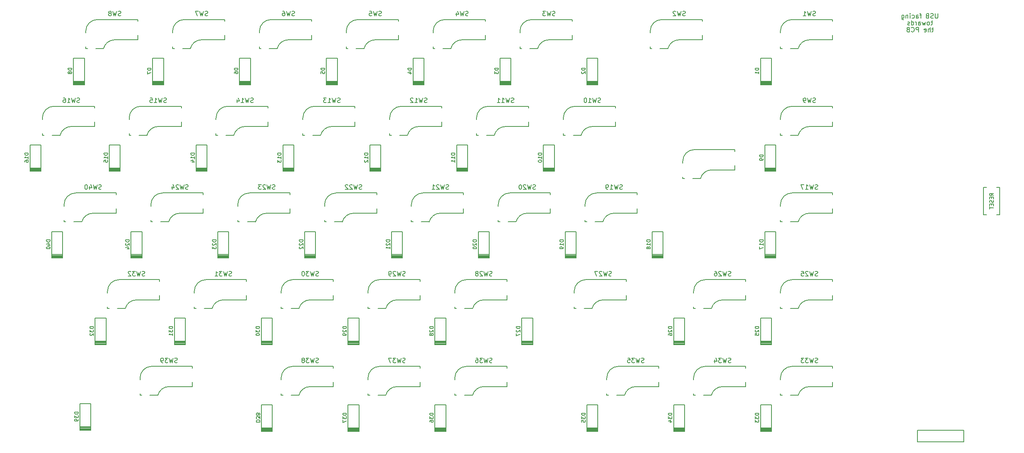
<source format=gbr>
%TF.GenerationSoftware,KiCad,Pcbnew,(5.1.7)-1*%
%TF.CreationDate,2020-11-02T23:06:17+01:00*%
%TF.ProjectId,Split65Right,53706c69-7436-4355-9269-6768742e6b69,rev?*%
%TF.SameCoordinates,Original*%
%TF.FileFunction,Legend,Bot*%
%TF.FilePolarity,Positive*%
%FSLAX46Y46*%
G04 Gerber Fmt 4.6, Leading zero omitted, Abs format (unit mm)*
G04 Created by KiCad (PCBNEW (5.1.7)-1) date 2020-11-02 23:06:17*
%MOMM*%
%LPD*%
G01*
G04 APERTURE LIST*
%ADD10C,0.150000*%
%ADD11C,0.200000*%
G04 APERTURE END LIST*
D10*
%TO.C,SW39*%
X49895838Y-115527960D02*
G75*
G02*
X52360000Y-113604000I2464162J-616040D01*
G01*
X46010000Y-111699000D02*
G75*
G02*
X48550000Y-109159000I2540000J0D01*
G01*
X57440000Y-109159000D02*
X57440000Y-109540000D01*
X48550000Y-109159000D02*
X57440000Y-109159000D01*
X46010000Y-111699000D02*
X46010000Y-112080000D01*
X46391000Y-115509000D02*
X46010000Y-115509000D01*
X49895838Y-115509000D02*
X48169000Y-115509000D01*
X57440000Y-113604000D02*
X52360000Y-113604000D01*
X57440000Y-112588000D02*
X57440000Y-113604000D01*
X46010000Y-115128000D02*
X46010000Y-115509000D01*
%TO.C,J2*%
X216496000Y-123204000D02*
X226656000Y-123204000D01*
X226656000Y-123204000D02*
X226656000Y-125744000D01*
X226656000Y-125744000D02*
X216496000Y-125744000D01*
X216496000Y-125744000D02*
X216496000Y-123204000D01*
D11*
%TO.C,D1*%
X184460000Y-46543000D02*
X182060000Y-46543000D01*
X184460000Y-46718000D02*
X182060000Y-46718000D01*
X184460000Y-46893000D02*
X182060000Y-46893000D01*
X182060000Y-47293000D02*
X184460000Y-47293000D01*
X184460000Y-47068000D02*
X182060000Y-47068000D01*
X184460000Y-47193000D02*
X182060000Y-47193000D01*
X184460000Y-47268000D02*
X184460000Y-41468000D01*
X184460000Y-41468000D02*
X182060000Y-41468000D01*
X182060000Y-41468000D02*
X182060000Y-47268000D01*
%TO.C,D2*%
X146380000Y-46543000D02*
X143980000Y-46543000D01*
X146380000Y-46718000D02*
X143980000Y-46718000D01*
X146380000Y-46893000D02*
X143980000Y-46893000D01*
X143980000Y-47293000D02*
X146380000Y-47293000D01*
X146380000Y-47068000D02*
X143980000Y-47068000D01*
X146380000Y-47193000D02*
X143980000Y-47193000D01*
X146380000Y-47268000D02*
X146380000Y-41468000D01*
X146380000Y-41468000D02*
X143980000Y-41468000D01*
X143980000Y-41468000D02*
X143980000Y-47268000D01*
%TO.C,D3*%
X127340000Y-46543000D02*
X124940000Y-46543000D01*
X127340000Y-46718000D02*
X124940000Y-46718000D01*
X127340000Y-46893000D02*
X124940000Y-46893000D01*
X124940000Y-47293000D02*
X127340000Y-47293000D01*
X127340000Y-47068000D02*
X124940000Y-47068000D01*
X127340000Y-47193000D02*
X124940000Y-47193000D01*
X127340000Y-47268000D02*
X127340000Y-41468000D01*
X127340000Y-41468000D02*
X124940000Y-41468000D01*
X124940000Y-41468000D02*
X124940000Y-47268000D01*
%TO.C,D4*%
X108300000Y-46543000D02*
X105900000Y-46543000D01*
X108300000Y-46718000D02*
X105900000Y-46718000D01*
X108300000Y-46893000D02*
X105900000Y-46893000D01*
X105900000Y-47293000D02*
X108300000Y-47293000D01*
X108300000Y-47068000D02*
X105900000Y-47068000D01*
X108300000Y-47193000D02*
X105900000Y-47193000D01*
X108300000Y-47268000D02*
X108300000Y-41468000D01*
X108300000Y-41468000D02*
X105900000Y-41468000D01*
X105900000Y-41468000D02*
X105900000Y-47268000D01*
%TO.C,D5*%
X89260000Y-46543000D02*
X86860000Y-46543000D01*
X89260000Y-46718000D02*
X86860000Y-46718000D01*
X89260000Y-46893000D02*
X86860000Y-46893000D01*
X86860000Y-47293000D02*
X89260000Y-47293000D01*
X89260000Y-47068000D02*
X86860000Y-47068000D01*
X89260000Y-47193000D02*
X86860000Y-47193000D01*
X89260000Y-47268000D02*
X89260000Y-41468000D01*
X89260000Y-41468000D02*
X86860000Y-41468000D01*
X86860000Y-41468000D02*
X86860000Y-47268000D01*
%TO.C,D6*%
X70220000Y-46543000D02*
X67820000Y-46543000D01*
X70220000Y-46718000D02*
X67820000Y-46718000D01*
X70220000Y-46893000D02*
X67820000Y-46893000D01*
X67820000Y-47293000D02*
X70220000Y-47293000D01*
X70220000Y-47068000D02*
X67820000Y-47068000D01*
X70220000Y-47193000D02*
X67820000Y-47193000D01*
X70220000Y-47268000D02*
X70220000Y-41468000D01*
X70220000Y-41468000D02*
X67820000Y-41468000D01*
X67820000Y-41468000D02*
X67820000Y-47268000D01*
%TO.C,D7*%
X51180000Y-46543000D02*
X48780000Y-46543000D01*
X51180000Y-46718000D02*
X48780000Y-46718000D01*
X51180000Y-46893000D02*
X48780000Y-46893000D01*
X48780000Y-47293000D02*
X51180000Y-47293000D01*
X51180000Y-47068000D02*
X48780000Y-47068000D01*
X51180000Y-47193000D02*
X48780000Y-47193000D01*
X51180000Y-47268000D02*
X51180000Y-41468000D01*
X51180000Y-41468000D02*
X48780000Y-41468000D01*
X48780000Y-41468000D02*
X48780000Y-47268000D01*
%TO.C,D8*%
X33806000Y-46543000D02*
X31406000Y-46543000D01*
X33806000Y-46718000D02*
X31406000Y-46718000D01*
X33806000Y-46893000D02*
X31406000Y-46893000D01*
X31406000Y-47293000D02*
X33806000Y-47293000D01*
X33806000Y-47068000D02*
X31406000Y-47068000D01*
X33806000Y-47193000D02*
X31406000Y-47193000D01*
X33806000Y-47268000D02*
X33806000Y-41468000D01*
X33806000Y-41468000D02*
X31406000Y-41468000D01*
X31406000Y-41468000D02*
X31406000Y-47268000D01*
%TO.C,D9*%
X185412000Y-65583000D02*
X183012000Y-65583000D01*
X185412000Y-65758000D02*
X183012000Y-65758000D01*
X185412000Y-65933000D02*
X183012000Y-65933000D01*
X183012000Y-66333000D02*
X185412000Y-66333000D01*
X185412000Y-66108000D02*
X183012000Y-66108000D01*
X185412000Y-66233000D02*
X183012000Y-66233000D01*
X185412000Y-66308000D02*
X185412000Y-60508000D01*
X185412000Y-60508000D02*
X183012000Y-60508000D01*
X183012000Y-60508000D02*
X183012000Y-66308000D01*
%TO.C,D10*%
X136860000Y-65583000D02*
X134460000Y-65583000D01*
X136860000Y-65758000D02*
X134460000Y-65758000D01*
X136860000Y-65933000D02*
X134460000Y-65933000D01*
X134460000Y-66333000D02*
X136860000Y-66333000D01*
X136860000Y-66108000D02*
X134460000Y-66108000D01*
X136860000Y-66233000D02*
X134460000Y-66233000D01*
X136860000Y-66308000D02*
X136860000Y-60508000D01*
X136860000Y-60508000D02*
X134460000Y-60508000D01*
X134460000Y-60508000D02*
X134460000Y-66308000D01*
%TO.C,D11*%
X117820000Y-65583000D02*
X115420000Y-65583000D01*
X117820000Y-65758000D02*
X115420000Y-65758000D01*
X117820000Y-65933000D02*
X115420000Y-65933000D01*
X115420000Y-66333000D02*
X117820000Y-66333000D01*
X117820000Y-66108000D02*
X115420000Y-66108000D01*
X117820000Y-66233000D02*
X115420000Y-66233000D01*
X117820000Y-66308000D02*
X117820000Y-60508000D01*
X117820000Y-60508000D02*
X115420000Y-60508000D01*
X115420000Y-60508000D02*
X115420000Y-66308000D01*
%TO.C,D12*%
X98780000Y-65583000D02*
X96380000Y-65583000D01*
X98780000Y-65758000D02*
X96380000Y-65758000D01*
X98780000Y-65933000D02*
X96380000Y-65933000D01*
X96380000Y-66333000D02*
X98780000Y-66333000D01*
X98780000Y-66108000D02*
X96380000Y-66108000D01*
X98780000Y-66233000D02*
X96380000Y-66233000D01*
X98780000Y-66308000D02*
X98780000Y-60508000D01*
X98780000Y-60508000D02*
X96380000Y-60508000D01*
X96380000Y-60508000D02*
X96380000Y-66308000D01*
%TO.C,D13*%
X79740000Y-65583000D02*
X77340000Y-65583000D01*
X79740000Y-65758000D02*
X77340000Y-65758000D01*
X79740000Y-65933000D02*
X77340000Y-65933000D01*
X77340000Y-66333000D02*
X79740000Y-66333000D01*
X79740000Y-66108000D02*
X77340000Y-66108000D01*
X79740000Y-66233000D02*
X77340000Y-66233000D01*
X79740000Y-66308000D02*
X79740000Y-60508000D01*
X79740000Y-60508000D02*
X77340000Y-60508000D01*
X77340000Y-60508000D02*
X77340000Y-66308000D01*
%TO.C,D14*%
X60700000Y-65583000D02*
X58300000Y-65583000D01*
X60700000Y-65758000D02*
X58300000Y-65758000D01*
X60700000Y-65933000D02*
X58300000Y-65933000D01*
X58300000Y-66333000D02*
X60700000Y-66333000D01*
X60700000Y-66108000D02*
X58300000Y-66108000D01*
X60700000Y-66233000D02*
X58300000Y-66233000D01*
X60700000Y-66308000D02*
X60700000Y-60508000D01*
X60700000Y-60508000D02*
X58300000Y-60508000D01*
X58300000Y-60508000D02*
X58300000Y-66308000D01*
%TO.C,D15*%
X41660000Y-65583000D02*
X39260000Y-65583000D01*
X41660000Y-65758000D02*
X39260000Y-65758000D01*
X41660000Y-65933000D02*
X39260000Y-65933000D01*
X39260000Y-66333000D02*
X41660000Y-66333000D01*
X41660000Y-66108000D02*
X39260000Y-66108000D01*
X41660000Y-66233000D02*
X39260000Y-66233000D01*
X41660000Y-66308000D02*
X41660000Y-60508000D01*
X41660000Y-60508000D02*
X39260000Y-60508000D01*
X39260000Y-60508000D02*
X39260000Y-66308000D01*
%TO.C,D16*%
X24286000Y-65583000D02*
X21886000Y-65583000D01*
X24286000Y-65758000D02*
X21886000Y-65758000D01*
X24286000Y-65933000D02*
X21886000Y-65933000D01*
X21886000Y-66333000D02*
X24286000Y-66333000D01*
X24286000Y-66108000D02*
X21886000Y-66108000D01*
X24286000Y-66233000D02*
X21886000Y-66233000D01*
X24286000Y-66308000D02*
X24286000Y-60508000D01*
X24286000Y-60508000D02*
X21886000Y-60508000D01*
X21886000Y-60508000D02*
X21886000Y-66308000D01*
%TO.C,D17*%
X185412000Y-84623000D02*
X183012000Y-84623000D01*
X185412000Y-84798000D02*
X183012000Y-84798000D01*
X185412000Y-84973000D02*
X183012000Y-84973000D01*
X183012000Y-85373000D02*
X185412000Y-85373000D01*
X185412000Y-85148000D02*
X183012000Y-85148000D01*
X185412000Y-85273000D02*
X183012000Y-85273000D01*
X185412000Y-85348000D02*
X185412000Y-79548000D01*
X185412000Y-79548000D02*
X183012000Y-79548000D01*
X183012000Y-79548000D02*
X183012000Y-85348000D01*
%TO.C,D18*%
X160660000Y-84623000D02*
X158260000Y-84623000D01*
X160660000Y-84798000D02*
X158260000Y-84798000D01*
X160660000Y-84973000D02*
X158260000Y-84973000D01*
X158260000Y-85373000D02*
X160660000Y-85373000D01*
X160660000Y-85148000D02*
X158260000Y-85148000D01*
X160660000Y-85273000D02*
X158260000Y-85273000D01*
X160660000Y-85348000D02*
X160660000Y-79548000D01*
X160660000Y-79548000D02*
X158260000Y-79548000D01*
X158260000Y-79548000D02*
X158260000Y-85348000D01*
%TO.C,D19*%
X141620000Y-84623000D02*
X139220000Y-84623000D01*
X141620000Y-84798000D02*
X139220000Y-84798000D01*
X141620000Y-84973000D02*
X139220000Y-84973000D01*
X139220000Y-85373000D02*
X141620000Y-85373000D01*
X141620000Y-85148000D02*
X139220000Y-85148000D01*
X141620000Y-85273000D02*
X139220000Y-85273000D01*
X141620000Y-85348000D02*
X141620000Y-79548000D01*
X141620000Y-79548000D02*
X139220000Y-79548000D01*
X139220000Y-79548000D02*
X139220000Y-85348000D01*
%TO.C,D20*%
X122580000Y-84623000D02*
X120180000Y-84623000D01*
X122580000Y-84798000D02*
X120180000Y-84798000D01*
X122580000Y-84973000D02*
X120180000Y-84973000D01*
X120180000Y-85373000D02*
X122580000Y-85373000D01*
X122580000Y-85148000D02*
X120180000Y-85148000D01*
X122580000Y-85273000D02*
X120180000Y-85273000D01*
X122580000Y-85348000D02*
X122580000Y-79548000D01*
X122580000Y-79548000D02*
X120180000Y-79548000D01*
X120180000Y-79548000D02*
X120180000Y-85348000D01*
%TO.C,D21*%
X103540000Y-84623000D02*
X101140000Y-84623000D01*
X103540000Y-84798000D02*
X101140000Y-84798000D01*
X103540000Y-84973000D02*
X101140000Y-84973000D01*
X101140000Y-85373000D02*
X103540000Y-85373000D01*
X103540000Y-85148000D02*
X101140000Y-85148000D01*
X103540000Y-85273000D02*
X101140000Y-85273000D01*
X103540000Y-85348000D02*
X103540000Y-79548000D01*
X103540000Y-79548000D02*
X101140000Y-79548000D01*
X101140000Y-79548000D02*
X101140000Y-85348000D01*
%TO.C,D22*%
X84500000Y-84623000D02*
X82100000Y-84623000D01*
X84500000Y-84798000D02*
X82100000Y-84798000D01*
X84500000Y-84973000D02*
X82100000Y-84973000D01*
X82100000Y-85373000D02*
X84500000Y-85373000D01*
X84500000Y-85148000D02*
X82100000Y-85148000D01*
X84500000Y-85273000D02*
X82100000Y-85273000D01*
X84500000Y-85348000D02*
X84500000Y-79548000D01*
X84500000Y-79548000D02*
X82100000Y-79548000D01*
X82100000Y-79548000D02*
X82100000Y-85348000D01*
%TO.C,D23*%
X65460000Y-84623000D02*
X63060000Y-84623000D01*
X65460000Y-84798000D02*
X63060000Y-84798000D01*
X65460000Y-84973000D02*
X63060000Y-84973000D01*
X63060000Y-85373000D02*
X65460000Y-85373000D01*
X65460000Y-85148000D02*
X63060000Y-85148000D01*
X65460000Y-85273000D02*
X63060000Y-85273000D01*
X65460000Y-85348000D02*
X65460000Y-79548000D01*
X65460000Y-79548000D02*
X63060000Y-79548000D01*
X63060000Y-79548000D02*
X63060000Y-85348000D01*
%TO.C,D24*%
X46420000Y-84623000D02*
X44020000Y-84623000D01*
X46420000Y-84798000D02*
X44020000Y-84798000D01*
X46420000Y-84973000D02*
X44020000Y-84973000D01*
X44020000Y-85373000D02*
X46420000Y-85373000D01*
X46420000Y-85148000D02*
X44020000Y-85148000D01*
X46420000Y-85273000D02*
X44020000Y-85273000D01*
X46420000Y-85348000D02*
X46420000Y-79548000D01*
X46420000Y-79548000D02*
X44020000Y-79548000D01*
X44020000Y-79548000D02*
X44020000Y-85348000D01*
%TO.C,D25*%
X184460000Y-103663000D02*
X182060000Y-103663000D01*
X184460000Y-103838000D02*
X182060000Y-103838000D01*
X184460000Y-104013000D02*
X182060000Y-104013000D01*
X182060000Y-104413000D02*
X184460000Y-104413000D01*
X184460000Y-104188000D02*
X182060000Y-104188000D01*
X184460000Y-104313000D02*
X182060000Y-104313000D01*
X184460000Y-104388000D02*
X184460000Y-98588000D01*
X184460000Y-98588000D02*
X182060000Y-98588000D01*
X182060000Y-98588000D02*
X182060000Y-104388000D01*
%TO.C,D26*%
X165420000Y-103663000D02*
X163020000Y-103663000D01*
X165420000Y-103838000D02*
X163020000Y-103838000D01*
X165420000Y-104013000D02*
X163020000Y-104013000D01*
X163020000Y-104413000D02*
X165420000Y-104413000D01*
X165420000Y-104188000D02*
X163020000Y-104188000D01*
X165420000Y-104313000D02*
X163020000Y-104313000D01*
X165420000Y-104388000D02*
X165420000Y-98588000D01*
X165420000Y-98588000D02*
X163020000Y-98588000D01*
X163020000Y-98588000D02*
X163020000Y-104388000D01*
%TO.C,D27*%
X132100000Y-103663000D02*
X129700000Y-103663000D01*
X132100000Y-103838000D02*
X129700000Y-103838000D01*
X132100000Y-104013000D02*
X129700000Y-104013000D01*
X129700000Y-104413000D02*
X132100000Y-104413000D01*
X132100000Y-104188000D02*
X129700000Y-104188000D01*
X132100000Y-104313000D02*
X129700000Y-104313000D01*
X132100000Y-104388000D02*
X132100000Y-98588000D01*
X132100000Y-98588000D02*
X129700000Y-98588000D01*
X129700000Y-98588000D02*
X129700000Y-104388000D01*
%TO.C,D28*%
X113060000Y-103663000D02*
X110660000Y-103663000D01*
X113060000Y-103838000D02*
X110660000Y-103838000D01*
X113060000Y-104013000D02*
X110660000Y-104013000D01*
X110660000Y-104413000D02*
X113060000Y-104413000D01*
X113060000Y-104188000D02*
X110660000Y-104188000D01*
X113060000Y-104313000D02*
X110660000Y-104313000D01*
X113060000Y-104388000D02*
X113060000Y-98588000D01*
X113060000Y-98588000D02*
X110660000Y-98588000D01*
X110660000Y-98588000D02*
X110660000Y-104388000D01*
%TO.C,D29*%
X94020000Y-103663000D02*
X91620000Y-103663000D01*
X94020000Y-103838000D02*
X91620000Y-103838000D01*
X94020000Y-104013000D02*
X91620000Y-104013000D01*
X91620000Y-104413000D02*
X94020000Y-104413000D01*
X94020000Y-104188000D02*
X91620000Y-104188000D01*
X94020000Y-104313000D02*
X91620000Y-104313000D01*
X94020000Y-104388000D02*
X94020000Y-98588000D01*
X94020000Y-98588000D02*
X91620000Y-98588000D01*
X91620000Y-98588000D02*
X91620000Y-104388000D01*
%TO.C,D30*%
X74980000Y-103663000D02*
X72580000Y-103663000D01*
X74980000Y-103838000D02*
X72580000Y-103838000D01*
X74980000Y-104013000D02*
X72580000Y-104013000D01*
X72580000Y-104413000D02*
X74980000Y-104413000D01*
X74980000Y-104188000D02*
X72580000Y-104188000D01*
X74980000Y-104313000D02*
X72580000Y-104313000D01*
X74980000Y-104388000D02*
X74980000Y-98588000D01*
X74980000Y-98588000D02*
X72580000Y-98588000D01*
X72580000Y-98588000D02*
X72580000Y-104388000D01*
%TO.C,D31*%
X55940000Y-103663000D02*
X53540000Y-103663000D01*
X55940000Y-103838000D02*
X53540000Y-103838000D01*
X55940000Y-104013000D02*
X53540000Y-104013000D01*
X53540000Y-104413000D02*
X55940000Y-104413000D01*
X55940000Y-104188000D02*
X53540000Y-104188000D01*
X55940000Y-104313000D02*
X53540000Y-104313000D01*
X55940000Y-104388000D02*
X55940000Y-98588000D01*
X55940000Y-98588000D02*
X53540000Y-98588000D01*
X53540000Y-98588000D02*
X53540000Y-104388000D01*
%TO.C,D32*%
X38566000Y-103663000D02*
X36166000Y-103663000D01*
X38566000Y-103838000D02*
X36166000Y-103838000D01*
X38566000Y-104013000D02*
X36166000Y-104013000D01*
X36166000Y-104413000D02*
X38566000Y-104413000D01*
X38566000Y-104188000D02*
X36166000Y-104188000D01*
X38566000Y-104313000D02*
X36166000Y-104313000D01*
X38566000Y-104388000D02*
X38566000Y-98588000D01*
X38566000Y-98588000D02*
X36166000Y-98588000D01*
X36166000Y-98588000D02*
X36166000Y-104388000D01*
%TO.C,D33*%
X184460000Y-122703000D02*
X182060000Y-122703000D01*
X184460000Y-122878000D02*
X182060000Y-122878000D01*
X184460000Y-123053000D02*
X182060000Y-123053000D01*
X182060000Y-123453000D02*
X184460000Y-123453000D01*
X184460000Y-123228000D02*
X182060000Y-123228000D01*
X184460000Y-123353000D02*
X182060000Y-123353000D01*
X184460000Y-123428000D02*
X184460000Y-117628000D01*
X184460000Y-117628000D02*
X182060000Y-117628000D01*
X182060000Y-117628000D02*
X182060000Y-123428000D01*
%TO.C,D34*%
X165420000Y-122703000D02*
X163020000Y-122703000D01*
X165420000Y-122878000D02*
X163020000Y-122878000D01*
X165420000Y-123053000D02*
X163020000Y-123053000D01*
X163020000Y-123453000D02*
X165420000Y-123453000D01*
X165420000Y-123228000D02*
X163020000Y-123228000D01*
X165420000Y-123353000D02*
X163020000Y-123353000D01*
X165420000Y-123428000D02*
X165420000Y-117628000D01*
X165420000Y-117628000D02*
X163020000Y-117628000D01*
X163020000Y-117628000D02*
X163020000Y-123428000D01*
%TO.C,D35*%
X146380000Y-122703000D02*
X143980000Y-122703000D01*
X146380000Y-122878000D02*
X143980000Y-122878000D01*
X146380000Y-123053000D02*
X143980000Y-123053000D01*
X143980000Y-123453000D02*
X146380000Y-123453000D01*
X146380000Y-123228000D02*
X143980000Y-123228000D01*
X146380000Y-123353000D02*
X143980000Y-123353000D01*
X146380000Y-123428000D02*
X146380000Y-117628000D01*
X146380000Y-117628000D02*
X143980000Y-117628000D01*
X143980000Y-117628000D02*
X143980000Y-123428000D01*
%TO.C,D36*%
X113060000Y-122703000D02*
X110660000Y-122703000D01*
X113060000Y-122878000D02*
X110660000Y-122878000D01*
X113060000Y-123053000D02*
X110660000Y-123053000D01*
X110660000Y-123453000D02*
X113060000Y-123453000D01*
X113060000Y-123228000D02*
X110660000Y-123228000D01*
X113060000Y-123353000D02*
X110660000Y-123353000D01*
X113060000Y-123428000D02*
X113060000Y-117628000D01*
X113060000Y-117628000D02*
X110660000Y-117628000D01*
X110660000Y-117628000D02*
X110660000Y-123428000D01*
%TO.C,D37*%
X94020000Y-122703000D02*
X91620000Y-122703000D01*
X94020000Y-122878000D02*
X91620000Y-122878000D01*
X94020000Y-123053000D02*
X91620000Y-123053000D01*
X91620000Y-123453000D02*
X94020000Y-123453000D01*
X94020000Y-123228000D02*
X91620000Y-123228000D01*
X94020000Y-123353000D02*
X91620000Y-123353000D01*
X94020000Y-123428000D02*
X94020000Y-117628000D01*
X94020000Y-117628000D02*
X91620000Y-117628000D01*
X91620000Y-117628000D02*
X91620000Y-123428000D01*
%TO.C,D38*%
X74980000Y-122703000D02*
X72580000Y-122703000D01*
X74980000Y-122878000D02*
X72580000Y-122878000D01*
X74980000Y-123053000D02*
X72580000Y-123053000D01*
X72580000Y-123453000D02*
X74980000Y-123453000D01*
X74980000Y-123228000D02*
X72580000Y-123228000D01*
X74980000Y-123353000D02*
X72580000Y-123353000D01*
X74980000Y-123428000D02*
X74980000Y-117628000D01*
X74980000Y-117628000D02*
X72580000Y-117628000D01*
X72580000Y-117628000D02*
X72580000Y-123428000D01*
%TO.C,D39*%
X35234000Y-122465000D02*
X32834000Y-122465000D01*
X35234000Y-122640000D02*
X32834000Y-122640000D01*
X35234000Y-122815000D02*
X32834000Y-122815000D01*
X32834000Y-123215000D02*
X35234000Y-123215000D01*
X35234000Y-122990000D02*
X32834000Y-122990000D01*
X35234000Y-123115000D02*
X32834000Y-123115000D01*
X35234000Y-123190000D02*
X35234000Y-117390000D01*
X35234000Y-117390000D02*
X32834000Y-117390000D01*
X32834000Y-117390000D02*
X32834000Y-123190000D01*
%TO.C,D40*%
X29046000Y-84623000D02*
X26646000Y-84623000D01*
X29046000Y-84798000D02*
X26646000Y-84798000D01*
X29046000Y-84973000D02*
X26646000Y-84973000D01*
X26646000Y-85373000D02*
X29046000Y-85373000D01*
X29046000Y-85148000D02*
X26646000Y-85148000D01*
X29046000Y-85273000D02*
X26646000Y-85273000D01*
X29046000Y-85348000D02*
X29046000Y-79548000D01*
X29046000Y-79548000D02*
X26646000Y-79548000D01*
X26646000Y-79548000D02*
X26646000Y-85348000D01*
D10*
%TO.C,SW1*%
X190315838Y-39367960D02*
G75*
G02*
X192780000Y-37444000I2464162J-616040D01*
G01*
X186430000Y-35539000D02*
G75*
G02*
X188970000Y-32999000I2540000J0D01*
G01*
X197860000Y-32999000D02*
X197860000Y-33380000D01*
X188970000Y-32999000D02*
X197860000Y-32999000D01*
X186430000Y-35539000D02*
X186430000Y-35920000D01*
X186811000Y-39349000D02*
X186430000Y-39349000D01*
X190315838Y-39349000D02*
X188589000Y-39349000D01*
X197860000Y-37444000D02*
X192780000Y-37444000D01*
X197860000Y-36428000D02*
X197860000Y-37444000D01*
X186430000Y-38968000D02*
X186430000Y-39349000D01*
%TO.C,SW2*%
X161755838Y-39367960D02*
G75*
G02*
X164220000Y-37444000I2464162J-616040D01*
G01*
X157870000Y-35539000D02*
G75*
G02*
X160410000Y-32999000I2540000J0D01*
G01*
X169300000Y-32999000D02*
X169300000Y-33380000D01*
X160410000Y-32999000D02*
X169300000Y-32999000D01*
X157870000Y-35539000D02*
X157870000Y-35920000D01*
X158251000Y-39349000D02*
X157870000Y-39349000D01*
X161755838Y-39349000D02*
X160029000Y-39349000D01*
X169300000Y-37444000D02*
X164220000Y-37444000D01*
X169300000Y-36428000D02*
X169300000Y-37444000D01*
X157870000Y-38968000D02*
X157870000Y-39349000D01*
%TO.C,SW3*%
X133195838Y-39367960D02*
G75*
G02*
X135660000Y-37444000I2464162J-616040D01*
G01*
X129310000Y-35539000D02*
G75*
G02*
X131850000Y-32999000I2540000J0D01*
G01*
X140740000Y-32999000D02*
X140740000Y-33380000D01*
X131850000Y-32999000D02*
X140740000Y-32999000D01*
X129310000Y-35539000D02*
X129310000Y-35920000D01*
X129691000Y-39349000D02*
X129310000Y-39349000D01*
X133195838Y-39349000D02*
X131469000Y-39349000D01*
X140740000Y-37444000D02*
X135660000Y-37444000D01*
X140740000Y-36428000D02*
X140740000Y-37444000D01*
X129310000Y-38968000D02*
X129310000Y-39349000D01*
%TO.C,SW4*%
X114155838Y-39367960D02*
G75*
G02*
X116620000Y-37444000I2464162J-616040D01*
G01*
X110270000Y-35539000D02*
G75*
G02*
X112810000Y-32999000I2540000J0D01*
G01*
X121700000Y-32999000D02*
X121700000Y-33380000D01*
X112810000Y-32999000D02*
X121700000Y-32999000D01*
X110270000Y-35539000D02*
X110270000Y-35920000D01*
X110651000Y-39349000D02*
X110270000Y-39349000D01*
X114155838Y-39349000D02*
X112429000Y-39349000D01*
X121700000Y-37444000D02*
X116620000Y-37444000D01*
X121700000Y-36428000D02*
X121700000Y-37444000D01*
X110270000Y-38968000D02*
X110270000Y-39349000D01*
%TO.C,SW5*%
X95115838Y-39367960D02*
G75*
G02*
X97580000Y-37444000I2464162J-616040D01*
G01*
X91230000Y-35539000D02*
G75*
G02*
X93770000Y-32999000I2540000J0D01*
G01*
X102660000Y-32999000D02*
X102660000Y-33380000D01*
X93770000Y-32999000D02*
X102660000Y-32999000D01*
X91230000Y-35539000D02*
X91230000Y-35920000D01*
X91611000Y-39349000D02*
X91230000Y-39349000D01*
X95115838Y-39349000D02*
X93389000Y-39349000D01*
X102660000Y-37444000D02*
X97580000Y-37444000D01*
X102660000Y-36428000D02*
X102660000Y-37444000D01*
X91230000Y-38968000D02*
X91230000Y-39349000D01*
%TO.C,SW6*%
X76075838Y-39367960D02*
G75*
G02*
X78540000Y-37444000I2464162J-616040D01*
G01*
X72190000Y-35539000D02*
G75*
G02*
X74730000Y-32999000I2540000J0D01*
G01*
X83620000Y-32999000D02*
X83620000Y-33380000D01*
X74730000Y-32999000D02*
X83620000Y-32999000D01*
X72190000Y-35539000D02*
X72190000Y-35920000D01*
X72571000Y-39349000D02*
X72190000Y-39349000D01*
X76075838Y-39349000D02*
X74349000Y-39349000D01*
X83620000Y-37444000D02*
X78540000Y-37444000D01*
X83620000Y-36428000D02*
X83620000Y-37444000D01*
X72190000Y-38968000D02*
X72190000Y-39349000D01*
%TO.C,SW7*%
X57035838Y-39367960D02*
G75*
G02*
X59500000Y-37444000I2464162J-616040D01*
G01*
X53150000Y-35539000D02*
G75*
G02*
X55690000Y-32999000I2540000J0D01*
G01*
X64580000Y-32999000D02*
X64580000Y-33380000D01*
X55690000Y-32999000D02*
X64580000Y-32999000D01*
X53150000Y-35539000D02*
X53150000Y-35920000D01*
X53531000Y-39349000D02*
X53150000Y-39349000D01*
X57035838Y-39349000D02*
X55309000Y-39349000D01*
X64580000Y-37444000D02*
X59500000Y-37444000D01*
X64580000Y-36428000D02*
X64580000Y-37444000D01*
X53150000Y-38968000D02*
X53150000Y-39349000D01*
%TO.C,SW8*%
X37995838Y-39367960D02*
G75*
G02*
X40460000Y-37444000I2464162J-616040D01*
G01*
X34110000Y-35539000D02*
G75*
G02*
X36650000Y-32999000I2540000J0D01*
G01*
X45540000Y-32999000D02*
X45540000Y-33380000D01*
X36650000Y-32999000D02*
X45540000Y-32999000D01*
X34110000Y-35539000D02*
X34110000Y-35920000D01*
X34491000Y-39349000D02*
X34110000Y-39349000D01*
X37995838Y-39349000D02*
X36269000Y-39349000D01*
X45540000Y-37444000D02*
X40460000Y-37444000D01*
X45540000Y-36428000D02*
X45540000Y-37444000D01*
X34110000Y-38968000D02*
X34110000Y-39349000D01*
%TO.C,SW9*%
X190315838Y-58407960D02*
G75*
G02*
X192780000Y-56484000I2464162J-616040D01*
G01*
X186430000Y-54579000D02*
G75*
G02*
X188970000Y-52039000I2540000J0D01*
G01*
X197860000Y-52039000D02*
X197860000Y-52420000D01*
X188970000Y-52039000D02*
X197860000Y-52039000D01*
X186430000Y-54579000D02*
X186430000Y-54960000D01*
X186811000Y-58389000D02*
X186430000Y-58389000D01*
X190315838Y-58389000D02*
X188589000Y-58389000D01*
X197860000Y-56484000D02*
X192780000Y-56484000D01*
X197860000Y-55468000D02*
X197860000Y-56484000D01*
X186430000Y-58008000D02*
X186430000Y-58389000D01*
%TO.C,SW10*%
X142715838Y-58407960D02*
G75*
G02*
X145180000Y-56484000I2464162J-616040D01*
G01*
X138830000Y-54579000D02*
G75*
G02*
X141370000Y-52039000I2540000J0D01*
G01*
X150260000Y-52039000D02*
X150260000Y-52420000D01*
X141370000Y-52039000D02*
X150260000Y-52039000D01*
X138830000Y-54579000D02*
X138830000Y-54960000D01*
X139211000Y-58389000D02*
X138830000Y-58389000D01*
X142715838Y-58389000D02*
X140989000Y-58389000D01*
X150260000Y-56484000D02*
X145180000Y-56484000D01*
X150260000Y-55468000D02*
X150260000Y-56484000D01*
X138830000Y-58008000D02*
X138830000Y-58389000D01*
%TO.C,SW11*%
X123675838Y-58407960D02*
G75*
G02*
X126140000Y-56484000I2464162J-616040D01*
G01*
X119790000Y-54579000D02*
G75*
G02*
X122330000Y-52039000I2540000J0D01*
G01*
X131220000Y-52039000D02*
X131220000Y-52420000D01*
X122330000Y-52039000D02*
X131220000Y-52039000D01*
X119790000Y-54579000D02*
X119790000Y-54960000D01*
X120171000Y-58389000D02*
X119790000Y-58389000D01*
X123675838Y-58389000D02*
X121949000Y-58389000D01*
X131220000Y-56484000D02*
X126140000Y-56484000D01*
X131220000Y-55468000D02*
X131220000Y-56484000D01*
X119790000Y-58008000D02*
X119790000Y-58389000D01*
%TO.C,SW12*%
X104635838Y-58407960D02*
G75*
G02*
X107100000Y-56484000I2464162J-616040D01*
G01*
X100750000Y-54579000D02*
G75*
G02*
X103290000Y-52039000I2540000J0D01*
G01*
X112180000Y-52039000D02*
X112180000Y-52420000D01*
X103290000Y-52039000D02*
X112180000Y-52039000D01*
X100750000Y-54579000D02*
X100750000Y-54960000D01*
X101131000Y-58389000D02*
X100750000Y-58389000D01*
X104635838Y-58389000D02*
X102909000Y-58389000D01*
X112180000Y-56484000D02*
X107100000Y-56484000D01*
X112180000Y-55468000D02*
X112180000Y-56484000D01*
X100750000Y-58008000D02*
X100750000Y-58389000D01*
%TO.C,SW13*%
X85595838Y-58407960D02*
G75*
G02*
X88060000Y-56484000I2464162J-616040D01*
G01*
X81710000Y-54579000D02*
G75*
G02*
X84250000Y-52039000I2540000J0D01*
G01*
X93140000Y-52039000D02*
X93140000Y-52420000D01*
X84250000Y-52039000D02*
X93140000Y-52039000D01*
X81710000Y-54579000D02*
X81710000Y-54960000D01*
X82091000Y-58389000D02*
X81710000Y-58389000D01*
X85595838Y-58389000D02*
X83869000Y-58389000D01*
X93140000Y-56484000D02*
X88060000Y-56484000D01*
X93140000Y-55468000D02*
X93140000Y-56484000D01*
X81710000Y-58008000D02*
X81710000Y-58389000D01*
%TO.C,SW14*%
X66555838Y-58407960D02*
G75*
G02*
X69020000Y-56484000I2464162J-616040D01*
G01*
X62670000Y-54579000D02*
G75*
G02*
X65210000Y-52039000I2540000J0D01*
G01*
X74100000Y-52039000D02*
X74100000Y-52420000D01*
X65210000Y-52039000D02*
X74100000Y-52039000D01*
X62670000Y-54579000D02*
X62670000Y-54960000D01*
X63051000Y-58389000D02*
X62670000Y-58389000D01*
X66555838Y-58389000D02*
X64829000Y-58389000D01*
X74100000Y-56484000D02*
X69020000Y-56484000D01*
X74100000Y-55468000D02*
X74100000Y-56484000D01*
X62670000Y-58008000D02*
X62670000Y-58389000D01*
%TO.C,SW15*%
X47515838Y-58407960D02*
G75*
G02*
X49980000Y-56484000I2464162J-616040D01*
G01*
X43630000Y-54579000D02*
G75*
G02*
X46170000Y-52039000I2540000J0D01*
G01*
X55060000Y-52039000D02*
X55060000Y-52420000D01*
X46170000Y-52039000D02*
X55060000Y-52039000D01*
X43630000Y-54579000D02*
X43630000Y-54960000D01*
X44011000Y-58389000D02*
X43630000Y-58389000D01*
X47515838Y-58389000D02*
X45789000Y-58389000D01*
X55060000Y-56484000D02*
X49980000Y-56484000D01*
X55060000Y-55468000D02*
X55060000Y-56484000D01*
X43630000Y-58008000D02*
X43630000Y-58389000D01*
%TO.C,SW16*%
X28475838Y-58407960D02*
G75*
G02*
X30940000Y-56484000I2464162J-616040D01*
G01*
X24590000Y-54579000D02*
G75*
G02*
X27130000Y-52039000I2540000J0D01*
G01*
X36020000Y-52039000D02*
X36020000Y-52420000D01*
X27130000Y-52039000D02*
X36020000Y-52039000D01*
X24590000Y-54579000D02*
X24590000Y-54960000D01*
X24971000Y-58389000D02*
X24590000Y-58389000D01*
X28475838Y-58389000D02*
X26749000Y-58389000D01*
X36020000Y-56484000D02*
X30940000Y-56484000D01*
X36020000Y-55468000D02*
X36020000Y-56484000D01*
X24590000Y-58008000D02*
X24590000Y-58389000D01*
%TO.C,SW17*%
X190315838Y-77447960D02*
G75*
G02*
X192780000Y-75524000I2464162J-616040D01*
G01*
X186430000Y-73619000D02*
G75*
G02*
X188970000Y-71079000I2540000J0D01*
G01*
X197860000Y-71079000D02*
X197860000Y-71460000D01*
X188970000Y-71079000D02*
X197860000Y-71079000D01*
X186430000Y-73619000D02*
X186430000Y-74000000D01*
X186811000Y-77429000D02*
X186430000Y-77429000D01*
X190315838Y-77429000D02*
X188589000Y-77429000D01*
X197860000Y-75524000D02*
X192780000Y-75524000D01*
X197860000Y-74508000D02*
X197860000Y-75524000D01*
X186430000Y-77048000D02*
X186430000Y-77429000D01*
%TO.C,SW18*%
X168895838Y-67927960D02*
G75*
G02*
X171360000Y-66004000I2464162J-616040D01*
G01*
X165010000Y-64099000D02*
G75*
G02*
X167550000Y-61559000I2540000J0D01*
G01*
X165010000Y-67528000D02*
X165010000Y-67909000D01*
X176440000Y-64988000D02*
X176440000Y-66004000D01*
X176440000Y-66004000D02*
X171360000Y-66004000D01*
X168895838Y-67909000D02*
X167169000Y-67909000D01*
X165391000Y-67909000D02*
X165010000Y-67909000D01*
X165010000Y-64099000D02*
X165010000Y-64480000D01*
X167550000Y-61559000D02*
X176440000Y-61559000D01*
X176440000Y-61559000D02*
X176440000Y-61940000D01*
%TO.C,SW19*%
X147475838Y-77447960D02*
G75*
G02*
X149940000Y-75524000I2464162J-616040D01*
G01*
X143590000Y-73619000D02*
G75*
G02*
X146130000Y-71079000I2540000J0D01*
G01*
X155020000Y-71079000D02*
X155020000Y-71460000D01*
X146130000Y-71079000D02*
X155020000Y-71079000D01*
X143590000Y-73619000D02*
X143590000Y-74000000D01*
X143971000Y-77429000D02*
X143590000Y-77429000D01*
X147475838Y-77429000D02*
X145749000Y-77429000D01*
X155020000Y-75524000D02*
X149940000Y-75524000D01*
X155020000Y-74508000D02*
X155020000Y-75524000D01*
X143590000Y-77048000D02*
X143590000Y-77429000D01*
%TO.C,SW20*%
X128435838Y-77447960D02*
G75*
G02*
X130900000Y-75524000I2464162J-616040D01*
G01*
X124550000Y-73619000D02*
G75*
G02*
X127090000Y-71079000I2540000J0D01*
G01*
X135980000Y-71079000D02*
X135980000Y-71460000D01*
X127090000Y-71079000D02*
X135980000Y-71079000D01*
X124550000Y-73619000D02*
X124550000Y-74000000D01*
X124931000Y-77429000D02*
X124550000Y-77429000D01*
X128435838Y-77429000D02*
X126709000Y-77429000D01*
X135980000Y-75524000D02*
X130900000Y-75524000D01*
X135980000Y-74508000D02*
X135980000Y-75524000D01*
X124550000Y-77048000D02*
X124550000Y-77429000D01*
%TO.C,SW21*%
X109395838Y-77447960D02*
G75*
G02*
X111860000Y-75524000I2464162J-616040D01*
G01*
X105510000Y-73619000D02*
G75*
G02*
X108050000Y-71079000I2540000J0D01*
G01*
X116940000Y-71079000D02*
X116940000Y-71460000D01*
X108050000Y-71079000D02*
X116940000Y-71079000D01*
X105510000Y-73619000D02*
X105510000Y-74000000D01*
X105891000Y-77429000D02*
X105510000Y-77429000D01*
X109395838Y-77429000D02*
X107669000Y-77429000D01*
X116940000Y-75524000D02*
X111860000Y-75524000D01*
X116940000Y-74508000D02*
X116940000Y-75524000D01*
X105510000Y-77048000D02*
X105510000Y-77429000D01*
%TO.C,SW22*%
X90355838Y-77447960D02*
G75*
G02*
X92820000Y-75524000I2464162J-616040D01*
G01*
X86470000Y-73619000D02*
G75*
G02*
X89010000Y-71079000I2540000J0D01*
G01*
X97900000Y-71079000D02*
X97900000Y-71460000D01*
X89010000Y-71079000D02*
X97900000Y-71079000D01*
X86470000Y-73619000D02*
X86470000Y-74000000D01*
X86851000Y-77429000D02*
X86470000Y-77429000D01*
X90355838Y-77429000D02*
X88629000Y-77429000D01*
X97900000Y-75524000D02*
X92820000Y-75524000D01*
X97900000Y-74508000D02*
X97900000Y-75524000D01*
X86470000Y-77048000D02*
X86470000Y-77429000D01*
%TO.C,SW23*%
X71315838Y-77447960D02*
G75*
G02*
X73780000Y-75524000I2464162J-616040D01*
G01*
X67430000Y-73619000D02*
G75*
G02*
X69970000Y-71079000I2540000J0D01*
G01*
X78860000Y-71079000D02*
X78860000Y-71460000D01*
X69970000Y-71079000D02*
X78860000Y-71079000D01*
X67430000Y-73619000D02*
X67430000Y-74000000D01*
X67811000Y-77429000D02*
X67430000Y-77429000D01*
X71315838Y-77429000D02*
X69589000Y-77429000D01*
X78860000Y-75524000D02*
X73780000Y-75524000D01*
X78860000Y-74508000D02*
X78860000Y-75524000D01*
X67430000Y-77048000D02*
X67430000Y-77429000D01*
%TO.C,SW24*%
X52275838Y-77447960D02*
G75*
G02*
X54740000Y-75524000I2464162J-616040D01*
G01*
X48390000Y-73619000D02*
G75*
G02*
X50930000Y-71079000I2540000J0D01*
G01*
X59820000Y-71079000D02*
X59820000Y-71460000D01*
X50930000Y-71079000D02*
X59820000Y-71079000D01*
X48390000Y-73619000D02*
X48390000Y-74000000D01*
X48771000Y-77429000D02*
X48390000Y-77429000D01*
X52275838Y-77429000D02*
X50549000Y-77429000D01*
X59820000Y-75524000D02*
X54740000Y-75524000D01*
X59820000Y-74508000D02*
X59820000Y-75524000D01*
X48390000Y-77048000D02*
X48390000Y-77429000D01*
%TO.C,SW25*%
X190315838Y-96487960D02*
G75*
G02*
X192780000Y-94564000I2464162J-616040D01*
G01*
X186430000Y-92659000D02*
G75*
G02*
X188970000Y-90119000I2540000J0D01*
G01*
X197860000Y-90119000D02*
X197860000Y-90500000D01*
X188970000Y-90119000D02*
X197860000Y-90119000D01*
X186430000Y-92659000D02*
X186430000Y-93040000D01*
X186811000Y-96469000D02*
X186430000Y-96469000D01*
X190315838Y-96469000D02*
X188589000Y-96469000D01*
X197860000Y-94564000D02*
X192780000Y-94564000D01*
X197860000Y-93548000D02*
X197860000Y-94564000D01*
X186430000Y-96088000D02*
X186430000Y-96469000D01*
%TO.C,SW26*%
X171275838Y-96487960D02*
G75*
G02*
X173740000Y-94564000I2464162J-616040D01*
G01*
X167390000Y-92659000D02*
G75*
G02*
X169930000Y-90119000I2540000J0D01*
G01*
X178820000Y-90119000D02*
X178820000Y-90500000D01*
X169930000Y-90119000D02*
X178820000Y-90119000D01*
X167390000Y-92659000D02*
X167390000Y-93040000D01*
X167771000Y-96469000D02*
X167390000Y-96469000D01*
X171275838Y-96469000D02*
X169549000Y-96469000D01*
X178820000Y-94564000D02*
X173740000Y-94564000D01*
X178820000Y-93548000D02*
X178820000Y-94564000D01*
X167390000Y-96088000D02*
X167390000Y-96469000D01*
%TO.C,SW27*%
X145095838Y-96487960D02*
G75*
G02*
X147560000Y-94564000I2464162J-616040D01*
G01*
X141210000Y-92659000D02*
G75*
G02*
X143750000Y-90119000I2540000J0D01*
G01*
X152640000Y-90119000D02*
X152640000Y-90500000D01*
X143750000Y-90119000D02*
X152640000Y-90119000D01*
X141210000Y-92659000D02*
X141210000Y-93040000D01*
X141591000Y-96469000D02*
X141210000Y-96469000D01*
X145095838Y-96469000D02*
X143369000Y-96469000D01*
X152640000Y-94564000D02*
X147560000Y-94564000D01*
X152640000Y-93548000D02*
X152640000Y-94564000D01*
X141210000Y-96088000D02*
X141210000Y-96469000D01*
%TO.C,SW28*%
X118915838Y-96487960D02*
G75*
G02*
X121380000Y-94564000I2464162J-616040D01*
G01*
X115030000Y-92659000D02*
G75*
G02*
X117570000Y-90119000I2540000J0D01*
G01*
X126460000Y-90119000D02*
X126460000Y-90500000D01*
X117570000Y-90119000D02*
X126460000Y-90119000D01*
X115030000Y-92659000D02*
X115030000Y-93040000D01*
X115411000Y-96469000D02*
X115030000Y-96469000D01*
X118915838Y-96469000D02*
X117189000Y-96469000D01*
X126460000Y-94564000D02*
X121380000Y-94564000D01*
X126460000Y-93548000D02*
X126460000Y-94564000D01*
X115030000Y-96088000D02*
X115030000Y-96469000D01*
%TO.C,SW29*%
X99875838Y-96487960D02*
G75*
G02*
X102340000Y-94564000I2464162J-616040D01*
G01*
X95990000Y-92659000D02*
G75*
G02*
X98530000Y-90119000I2540000J0D01*
G01*
X107420000Y-90119000D02*
X107420000Y-90500000D01*
X98530000Y-90119000D02*
X107420000Y-90119000D01*
X95990000Y-92659000D02*
X95990000Y-93040000D01*
X96371000Y-96469000D02*
X95990000Y-96469000D01*
X99875838Y-96469000D02*
X98149000Y-96469000D01*
X107420000Y-94564000D02*
X102340000Y-94564000D01*
X107420000Y-93548000D02*
X107420000Y-94564000D01*
X95990000Y-96088000D02*
X95990000Y-96469000D01*
%TO.C,SW30*%
X80835838Y-96487960D02*
G75*
G02*
X83300000Y-94564000I2464162J-616040D01*
G01*
X76950000Y-92659000D02*
G75*
G02*
X79490000Y-90119000I2540000J0D01*
G01*
X88380000Y-90119000D02*
X88380000Y-90500000D01*
X79490000Y-90119000D02*
X88380000Y-90119000D01*
X76950000Y-92659000D02*
X76950000Y-93040000D01*
X77331000Y-96469000D02*
X76950000Y-96469000D01*
X80835838Y-96469000D02*
X79109000Y-96469000D01*
X88380000Y-94564000D02*
X83300000Y-94564000D01*
X88380000Y-93548000D02*
X88380000Y-94564000D01*
X76950000Y-96088000D02*
X76950000Y-96469000D01*
%TO.C,SW31*%
X61795838Y-96487960D02*
G75*
G02*
X64260000Y-94564000I2464162J-616040D01*
G01*
X57910000Y-92659000D02*
G75*
G02*
X60450000Y-90119000I2540000J0D01*
G01*
X69340000Y-90119000D02*
X69340000Y-90500000D01*
X60450000Y-90119000D02*
X69340000Y-90119000D01*
X57910000Y-92659000D02*
X57910000Y-93040000D01*
X58291000Y-96469000D02*
X57910000Y-96469000D01*
X61795838Y-96469000D02*
X60069000Y-96469000D01*
X69340000Y-94564000D02*
X64260000Y-94564000D01*
X69340000Y-93548000D02*
X69340000Y-94564000D01*
X57910000Y-96088000D02*
X57910000Y-96469000D01*
%TO.C,SW32*%
X42755838Y-96487960D02*
G75*
G02*
X45220000Y-94564000I2464162J-616040D01*
G01*
X38870000Y-92659000D02*
G75*
G02*
X41410000Y-90119000I2540000J0D01*
G01*
X50300000Y-90119000D02*
X50300000Y-90500000D01*
X41410000Y-90119000D02*
X50300000Y-90119000D01*
X38870000Y-92659000D02*
X38870000Y-93040000D01*
X39251000Y-96469000D02*
X38870000Y-96469000D01*
X42755838Y-96469000D02*
X41029000Y-96469000D01*
X50300000Y-94564000D02*
X45220000Y-94564000D01*
X50300000Y-93548000D02*
X50300000Y-94564000D01*
X38870000Y-96088000D02*
X38870000Y-96469000D01*
%TO.C,SW33*%
X190315838Y-115527960D02*
G75*
G02*
X192780000Y-113604000I2464162J-616040D01*
G01*
X186430000Y-111699000D02*
G75*
G02*
X188970000Y-109159000I2540000J0D01*
G01*
X197860000Y-109159000D02*
X197860000Y-109540000D01*
X188970000Y-109159000D02*
X197860000Y-109159000D01*
X186430000Y-111699000D02*
X186430000Y-112080000D01*
X186811000Y-115509000D02*
X186430000Y-115509000D01*
X190315838Y-115509000D02*
X188589000Y-115509000D01*
X197860000Y-113604000D02*
X192780000Y-113604000D01*
X197860000Y-112588000D02*
X197860000Y-113604000D01*
X186430000Y-115128000D02*
X186430000Y-115509000D01*
%TO.C,SW34*%
X171275838Y-115527960D02*
G75*
G02*
X173740000Y-113604000I2464162J-616040D01*
G01*
X167390000Y-111699000D02*
G75*
G02*
X169930000Y-109159000I2540000J0D01*
G01*
X178820000Y-109159000D02*
X178820000Y-109540000D01*
X169930000Y-109159000D02*
X178820000Y-109159000D01*
X167390000Y-111699000D02*
X167390000Y-112080000D01*
X167771000Y-115509000D02*
X167390000Y-115509000D01*
X171275838Y-115509000D02*
X169549000Y-115509000D01*
X178820000Y-113604000D02*
X173740000Y-113604000D01*
X178820000Y-112588000D02*
X178820000Y-113604000D01*
X167390000Y-115128000D02*
X167390000Y-115509000D01*
%TO.C,SW35*%
X152235838Y-115527960D02*
G75*
G02*
X154700000Y-113604000I2464162J-616040D01*
G01*
X148350000Y-111699000D02*
G75*
G02*
X150890000Y-109159000I2540000J0D01*
G01*
X159780000Y-109159000D02*
X159780000Y-109540000D01*
X150890000Y-109159000D02*
X159780000Y-109159000D01*
X148350000Y-111699000D02*
X148350000Y-112080000D01*
X148731000Y-115509000D02*
X148350000Y-115509000D01*
X152235838Y-115509000D02*
X150509000Y-115509000D01*
X159780000Y-113604000D02*
X154700000Y-113604000D01*
X159780000Y-112588000D02*
X159780000Y-113604000D01*
X148350000Y-115128000D02*
X148350000Y-115509000D01*
%TO.C,SW36*%
X118915838Y-115527960D02*
G75*
G02*
X121380000Y-113604000I2464162J-616040D01*
G01*
X115030000Y-111699000D02*
G75*
G02*
X117570000Y-109159000I2540000J0D01*
G01*
X126460000Y-109159000D02*
X126460000Y-109540000D01*
X117570000Y-109159000D02*
X126460000Y-109159000D01*
X115030000Y-111699000D02*
X115030000Y-112080000D01*
X115411000Y-115509000D02*
X115030000Y-115509000D01*
X118915838Y-115509000D02*
X117189000Y-115509000D01*
X126460000Y-113604000D02*
X121380000Y-113604000D01*
X126460000Y-112588000D02*
X126460000Y-113604000D01*
X115030000Y-115128000D02*
X115030000Y-115509000D01*
%TO.C,SW37*%
X99875838Y-115527960D02*
G75*
G02*
X102340000Y-113604000I2464162J-616040D01*
G01*
X95990000Y-111699000D02*
G75*
G02*
X98530000Y-109159000I2540000J0D01*
G01*
X107420000Y-109159000D02*
X107420000Y-109540000D01*
X98530000Y-109159000D02*
X107420000Y-109159000D01*
X95990000Y-111699000D02*
X95990000Y-112080000D01*
X96371000Y-115509000D02*
X95990000Y-115509000D01*
X99875838Y-115509000D02*
X98149000Y-115509000D01*
X107420000Y-113604000D02*
X102340000Y-113604000D01*
X107420000Y-112588000D02*
X107420000Y-113604000D01*
X95990000Y-115128000D02*
X95990000Y-115509000D01*
%TO.C,SW38*%
X80835838Y-115527960D02*
G75*
G02*
X83300000Y-113604000I2464162J-616040D01*
G01*
X76950000Y-111699000D02*
G75*
G02*
X79490000Y-109159000I2540000J0D01*
G01*
X88380000Y-109159000D02*
X88380000Y-109540000D01*
X79490000Y-109159000D02*
X88380000Y-109159000D01*
X76950000Y-111699000D02*
X76950000Y-112080000D01*
X77331000Y-115509000D02*
X76950000Y-115509000D01*
X80835838Y-115509000D02*
X79109000Y-115509000D01*
X88380000Y-113604000D02*
X83300000Y-113604000D01*
X88380000Y-112588000D02*
X88380000Y-113604000D01*
X76950000Y-115128000D02*
X76950000Y-115509000D01*
%TO.C,SW40*%
X33235838Y-77447960D02*
G75*
G02*
X35700000Y-75524000I2464162J-616040D01*
G01*
X29350000Y-73619000D02*
G75*
G02*
X31890000Y-71079000I2540000J0D01*
G01*
X40780000Y-71079000D02*
X40780000Y-71460000D01*
X31890000Y-71079000D02*
X40780000Y-71079000D01*
X29350000Y-73619000D02*
X29350000Y-74000000D01*
X29731000Y-77429000D02*
X29350000Y-77429000D01*
X33235838Y-77429000D02*
X31509000Y-77429000D01*
X40780000Y-75524000D02*
X35700000Y-75524000D01*
X40780000Y-74508000D02*
X40780000Y-75524000D01*
X29350000Y-77048000D02*
X29350000Y-77429000D01*
%TO.C,SW_41*%
X230964000Y-75828000D02*
X230964000Y-69928000D01*
X230964000Y-75828000D02*
X230964000Y-69828000D01*
X234464000Y-69828000D02*
X234464000Y-75828000D01*
X230964000Y-69828000D02*
X231664000Y-69828000D01*
X234464000Y-69828000D02*
X233864000Y-69828000D01*
X234464000Y-75828000D02*
X233864000Y-75828000D01*
X230964000Y-75828000D02*
X231664000Y-75828000D01*
%TO.C,SW39*%
X54169523Y-108293761D02*
X54026666Y-108341380D01*
X53788571Y-108341380D01*
X53693333Y-108293761D01*
X53645714Y-108246142D01*
X53598095Y-108150904D01*
X53598095Y-108055666D01*
X53645714Y-107960428D01*
X53693333Y-107912809D01*
X53788571Y-107865190D01*
X53979047Y-107817571D01*
X54074285Y-107769952D01*
X54121904Y-107722333D01*
X54169523Y-107627095D01*
X54169523Y-107531857D01*
X54121904Y-107436619D01*
X54074285Y-107389000D01*
X53979047Y-107341380D01*
X53740952Y-107341380D01*
X53598095Y-107389000D01*
X53264761Y-107341380D02*
X53026666Y-108341380D01*
X52836190Y-107627095D01*
X52645714Y-108341380D01*
X52407619Y-107341380D01*
X52121904Y-107341380D02*
X51502857Y-107341380D01*
X51836190Y-107722333D01*
X51693333Y-107722333D01*
X51598095Y-107769952D01*
X51550476Y-107817571D01*
X51502857Y-107912809D01*
X51502857Y-108150904D01*
X51550476Y-108246142D01*
X51598095Y-108293761D01*
X51693333Y-108341380D01*
X51979047Y-108341380D01*
X52074285Y-108293761D01*
X52121904Y-108246142D01*
X51026666Y-108341380D02*
X50836190Y-108341380D01*
X50740952Y-108293761D01*
X50693333Y-108246142D01*
X50598095Y-108103285D01*
X50550476Y-107912809D01*
X50550476Y-107531857D01*
X50598095Y-107436619D01*
X50645714Y-107389000D01*
X50740952Y-107341380D01*
X50931428Y-107341380D01*
X51026666Y-107389000D01*
X51074285Y-107436619D01*
X51121904Y-107531857D01*
X51121904Y-107769952D01*
X51074285Y-107865190D01*
X51026666Y-107912809D01*
X50931428Y-107960428D01*
X50740952Y-107960428D01*
X50645714Y-107912809D01*
X50598095Y-107865190D01*
X50550476Y-107769952D01*
%TO.C,D1*%
X181696904Y-43677523D02*
X180896904Y-43677523D01*
X180896904Y-43868000D01*
X180935000Y-43982285D01*
X181011190Y-44058476D01*
X181087380Y-44096571D01*
X181239761Y-44134666D01*
X181354047Y-44134666D01*
X181506428Y-44096571D01*
X181582619Y-44058476D01*
X181658809Y-43982285D01*
X181696904Y-43868000D01*
X181696904Y-43677523D01*
X181696904Y-44896571D02*
X181696904Y-44439428D01*
X181696904Y-44668000D02*
X180896904Y-44668000D01*
X181011190Y-44591809D01*
X181087380Y-44515619D01*
X181125476Y-44439428D01*
%TO.C,D2*%
X143616904Y-43677523D02*
X142816904Y-43677523D01*
X142816904Y-43868000D01*
X142855000Y-43982285D01*
X142931190Y-44058476D01*
X143007380Y-44096571D01*
X143159761Y-44134666D01*
X143274047Y-44134666D01*
X143426428Y-44096571D01*
X143502619Y-44058476D01*
X143578809Y-43982285D01*
X143616904Y-43868000D01*
X143616904Y-43677523D01*
X142893095Y-44439428D02*
X142855000Y-44477523D01*
X142816904Y-44553714D01*
X142816904Y-44744190D01*
X142855000Y-44820380D01*
X142893095Y-44858476D01*
X142969285Y-44896571D01*
X143045476Y-44896571D01*
X143159761Y-44858476D01*
X143616904Y-44401333D01*
X143616904Y-44896571D01*
%TO.C,D3*%
X124576904Y-43677523D02*
X123776904Y-43677523D01*
X123776904Y-43868000D01*
X123815000Y-43982285D01*
X123891190Y-44058476D01*
X123967380Y-44096571D01*
X124119761Y-44134666D01*
X124234047Y-44134666D01*
X124386428Y-44096571D01*
X124462619Y-44058476D01*
X124538809Y-43982285D01*
X124576904Y-43868000D01*
X124576904Y-43677523D01*
X123776904Y-44401333D02*
X123776904Y-44896571D01*
X124081666Y-44629904D01*
X124081666Y-44744190D01*
X124119761Y-44820380D01*
X124157857Y-44858476D01*
X124234047Y-44896571D01*
X124424523Y-44896571D01*
X124500714Y-44858476D01*
X124538809Y-44820380D01*
X124576904Y-44744190D01*
X124576904Y-44515619D01*
X124538809Y-44439428D01*
X124500714Y-44401333D01*
%TO.C,D4*%
X105536904Y-43677523D02*
X104736904Y-43677523D01*
X104736904Y-43868000D01*
X104775000Y-43982285D01*
X104851190Y-44058476D01*
X104927380Y-44096571D01*
X105079761Y-44134666D01*
X105194047Y-44134666D01*
X105346428Y-44096571D01*
X105422619Y-44058476D01*
X105498809Y-43982285D01*
X105536904Y-43868000D01*
X105536904Y-43677523D01*
X105003571Y-44820380D02*
X105536904Y-44820380D01*
X104698809Y-44629904D02*
X105270238Y-44439428D01*
X105270238Y-44934666D01*
%TO.C,D5*%
X86496904Y-43677523D02*
X85696904Y-43677523D01*
X85696904Y-43868000D01*
X85735000Y-43982285D01*
X85811190Y-44058476D01*
X85887380Y-44096571D01*
X86039761Y-44134666D01*
X86154047Y-44134666D01*
X86306428Y-44096571D01*
X86382619Y-44058476D01*
X86458809Y-43982285D01*
X86496904Y-43868000D01*
X86496904Y-43677523D01*
X85696904Y-44858476D02*
X85696904Y-44477523D01*
X86077857Y-44439428D01*
X86039761Y-44477523D01*
X86001666Y-44553714D01*
X86001666Y-44744190D01*
X86039761Y-44820380D01*
X86077857Y-44858476D01*
X86154047Y-44896571D01*
X86344523Y-44896571D01*
X86420714Y-44858476D01*
X86458809Y-44820380D01*
X86496904Y-44744190D01*
X86496904Y-44553714D01*
X86458809Y-44477523D01*
X86420714Y-44439428D01*
%TO.C,D6*%
X67456904Y-43677523D02*
X66656904Y-43677523D01*
X66656904Y-43868000D01*
X66695000Y-43982285D01*
X66771190Y-44058476D01*
X66847380Y-44096571D01*
X66999761Y-44134666D01*
X67114047Y-44134666D01*
X67266428Y-44096571D01*
X67342619Y-44058476D01*
X67418809Y-43982285D01*
X67456904Y-43868000D01*
X67456904Y-43677523D01*
X66656904Y-44820380D02*
X66656904Y-44668000D01*
X66695000Y-44591809D01*
X66733095Y-44553714D01*
X66847380Y-44477523D01*
X66999761Y-44439428D01*
X67304523Y-44439428D01*
X67380714Y-44477523D01*
X67418809Y-44515619D01*
X67456904Y-44591809D01*
X67456904Y-44744190D01*
X67418809Y-44820380D01*
X67380714Y-44858476D01*
X67304523Y-44896571D01*
X67114047Y-44896571D01*
X67037857Y-44858476D01*
X66999761Y-44820380D01*
X66961666Y-44744190D01*
X66961666Y-44591809D01*
X66999761Y-44515619D01*
X67037857Y-44477523D01*
X67114047Y-44439428D01*
%TO.C,D7*%
X48416904Y-43677523D02*
X47616904Y-43677523D01*
X47616904Y-43868000D01*
X47655000Y-43982285D01*
X47731190Y-44058476D01*
X47807380Y-44096571D01*
X47959761Y-44134666D01*
X48074047Y-44134666D01*
X48226428Y-44096571D01*
X48302619Y-44058476D01*
X48378809Y-43982285D01*
X48416904Y-43868000D01*
X48416904Y-43677523D01*
X47616904Y-44401333D02*
X47616904Y-44934666D01*
X48416904Y-44591809D01*
%TO.C,D8*%
X31042904Y-43677523D02*
X30242904Y-43677523D01*
X30242904Y-43868000D01*
X30281000Y-43982285D01*
X30357190Y-44058476D01*
X30433380Y-44096571D01*
X30585761Y-44134666D01*
X30700047Y-44134666D01*
X30852428Y-44096571D01*
X30928619Y-44058476D01*
X31004809Y-43982285D01*
X31042904Y-43868000D01*
X31042904Y-43677523D01*
X30585761Y-44591809D02*
X30547666Y-44515619D01*
X30509571Y-44477523D01*
X30433380Y-44439428D01*
X30395285Y-44439428D01*
X30319095Y-44477523D01*
X30281000Y-44515619D01*
X30242904Y-44591809D01*
X30242904Y-44744190D01*
X30281000Y-44820380D01*
X30319095Y-44858476D01*
X30395285Y-44896571D01*
X30433380Y-44896571D01*
X30509571Y-44858476D01*
X30547666Y-44820380D01*
X30585761Y-44744190D01*
X30585761Y-44591809D01*
X30623857Y-44515619D01*
X30661952Y-44477523D01*
X30738142Y-44439428D01*
X30890523Y-44439428D01*
X30966714Y-44477523D01*
X31004809Y-44515619D01*
X31042904Y-44591809D01*
X31042904Y-44744190D01*
X31004809Y-44820380D01*
X30966714Y-44858476D01*
X30890523Y-44896571D01*
X30738142Y-44896571D01*
X30661952Y-44858476D01*
X30623857Y-44820380D01*
X30585761Y-44744190D01*
%TO.C,D9*%
X182648904Y-62717523D02*
X181848904Y-62717523D01*
X181848904Y-62908000D01*
X181887000Y-63022285D01*
X181963190Y-63098476D01*
X182039380Y-63136571D01*
X182191761Y-63174666D01*
X182306047Y-63174666D01*
X182458428Y-63136571D01*
X182534619Y-63098476D01*
X182610809Y-63022285D01*
X182648904Y-62908000D01*
X182648904Y-62717523D01*
X182648904Y-63555619D02*
X182648904Y-63708000D01*
X182610809Y-63784190D01*
X182572714Y-63822285D01*
X182458428Y-63898476D01*
X182306047Y-63936571D01*
X182001285Y-63936571D01*
X181925095Y-63898476D01*
X181887000Y-63860380D01*
X181848904Y-63784190D01*
X181848904Y-63631809D01*
X181887000Y-63555619D01*
X181925095Y-63517523D01*
X182001285Y-63479428D01*
X182191761Y-63479428D01*
X182267952Y-63517523D01*
X182306047Y-63555619D01*
X182344142Y-63631809D01*
X182344142Y-63784190D01*
X182306047Y-63860380D01*
X182267952Y-63898476D01*
X182191761Y-63936571D01*
%TO.C,D10*%
X134096904Y-62336571D02*
X133296904Y-62336571D01*
X133296904Y-62527047D01*
X133335000Y-62641333D01*
X133411190Y-62717523D01*
X133487380Y-62755619D01*
X133639761Y-62793714D01*
X133754047Y-62793714D01*
X133906428Y-62755619D01*
X133982619Y-62717523D01*
X134058809Y-62641333D01*
X134096904Y-62527047D01*
X134096904Y-62336571D01*
X134096904Y-63555619D02*
X134096904Y-63098476D01*
X134096904Y-63327047D02*
X133296904Y-63327047D01*
X133411190Y-63250857D01*
X133487380Y-63174666D01*
X133525476Y-63098476D01*
X133296904Y-64050857D02*
X133296904Y-64127047D01*
X133335000Y-64203238D01*
X133373095Y-64241333D01*
X133449285Y-64279428D01*
X133601666Y-64317523D01*
X133792142Y-64317523D01*
X133944523Y-64279428D01*
X134020714Y-64241333D01*
X134058809Y-64203238D01*
X134096904Y-64127047D01*
X134096904Y-64050857D01*
X134058809Y-63974666D01*
X134020714Y-63936571D01*
X133944523Y-63898476D01*
X133792142Y-63860380D01*
X133601666Y-63860380D01*
X133449285Y-63898476D01*
X133373095Y-63936571D01*
X133335000Y-63974666D01*
X133296904Y-64050857D01*
%TO.C,D11*%
X115056904Y-62336571D02*
X114256904Y-62336571D01*
X114256904Y-62527047D01*
X114295000Y-62641333D01*
X114371190Y-62717523D01*
X114447380Y-62755619D01*
X114599761Y-62793714D01*
X114714047Y-62793714D01*
X114866428Y-62755619D01*
X114942619Y-62717523D01*
X115018809Y-62641333D01*
X115056904Y-62527047D01*
X115056904Y-62336571D01*
X115056904Y-63555619D02*
X115056904Y-63098476D01*
X115056904Y-63327047D02*
X114256904Y-63327047D01*
X114371190Y-63250857D01*
X114447380Y-63174666D01*
X114485476Y-63098476D01*
X115056904Y-64317523D02*
X115056904Y-63860380D01*
X115056904Y-64088952D02*
X114256904Y-64088952D01*
X114371190Y-64012761D01*
X114447380Y-63936571D01*
X114485476Y-63860380D01*
%TO.C,D12*%
X96016904Y-62336571D02*
X95216904Y-62336571D01*
X95216904Y-62527047D01*
X95255000Y-62641333D01*
X95331190Y-62717523D01*
X95407380Y-62755619D01*
X95559761Y-62793714D01*
X95674047Y-62793714D01*
X95826428Y-62755619D01*
X95902619Y-62717523D01*
X95978809Y-62641333D01*
X96016904Y-62527047D01*
X96016904Y-62336571D01*
X96016904Y-63555619D02*
X96016904Y-63098476D01*
X96016904Y-63327047D02*
X95216904Y-63327047D01*
X95331190Y-63250857D01*
X95407380Y-63174666D01*
X95445476Y-63098476D01*
X95293095Y-63860380D02*
X95255000Y-63898476D01*
X95216904Y-63974666D01*
X95216904Y-64165142D01*
X95255000Y-64241333D01*
X95293095Y-64279428D01*
X95369285Y-64317523D01*
X95445476Y-64317523D01*
X95559761Y-64279428D01*
X96016904Y-63822285D01*
X96016904Y-64317523D01*
%TO.C,D13*%
X76976904Y-62336571D02*
X76176904Y-62336571D01*
X76176904Y-62527047D01*
X76215000Y-62641333D01*
X76291190Y-62717523D01*
X76367380Y-62755619D01*
X76519761Y-62793714D01*
X76634047Y-62793714D01*
X76786428Y-62755619D01*
X76862619Y-62717523D01*
X76938809Y-62641333D01*
X76976904Y-62527047D01*
X76976904Y-62336571D01*
X76976904Y-63555619D02*
X76976904Y-63098476D01*
X76976904Y-63327047D02*
X76176904Y-63327047D01*
X76291190Y-63250857D01*
X76367380Y-63174666D01*
X76405476Y-63098476D01*
X76176904Y-63822285D02*
X76176904Y-64317523D01*
X76481666Y-64050857D01*
X76481666Y-64165142D01*
X76519761Y-64241333D01*
X76557857Y-64279428D01*
X76634047Y-64317523D01*
X76824523Y-64317523D01*
X76900714Y-64279428D01*
X76938809Y-64241333D01*
X76976904Y-64165142D01*
X76976904Y-63936571D01*
X76938809Y-63860380D01*
X76900714Y-63822285D01*
%TO.C,D14*%
X57936904Y-62336571D02*
X57136904Y-62336571D01*
X57136904Y-62527047D01*
X57175000Y-62641333D01*
X57251190Y-62717523D01*
X57327380Y-62755619D01*
X57479761Y-62793714D01*
X57594047Y-62793714D01*
X57746428Y-62755619D01*
X57822619Y-62717523D01*
X57898809Y-62641333D01*
X57936904Y-62527047D01*
X57936904Y-62336571D01*
X57936904Y-63555619D02*
X57936904Y-63098476D01*
X57936904Y-63327047D02*
X57136904Y-63327047D01*
X57251190Y-63250857D01*
X57327380Y-63174666D01*
X57365476Y-63098476D01*
X57403571Y-64241333D02*
X57936904Y-64241333D01*
X57098809Y-64050857D02*
X57670238Y-63860380D01*
X57670238Y-64355619D01*
%TO.C,D15*%
X38896904Y-62336571D02*
X38096904Y-62336571D01*
X38096904Y-62527047D01*
X38135000Y-62641333D01*
X38211190Y-62717523D01*
X38287380Y-62755619D01*
X38439761Y-62793714D01*
X38554047Y-62793714D01*
X38706428Y-62755619D01*
X38782619Y-62717523D01*
X38858809Y-62641333D01*
X38896904Y-62527047D01*
X38896904Y-62336571D01*
X38896904Y-63555619D02*
X38896904Y-63098476D01*
X38896904Y-63327047D02*
X38096904Y-63327047D01*
X38211190Y-63250857D01*
X38287380Y-63174666D01*
X38325476Y-63098476D01*
X38096904Y-64279428D02*
X38096904Y-63898476D01*
X38477857Y-63860380D01*
X38439761Y-63898476D01*
X38401666Y-63974666D01*
X38401666Y-64165142D01*
X38439761Y-64241333D01*
X38477857Y-64279428D01*
X38554047Y-64317523D01*
X38744523Y-64317523D01*
X38820714Y-64279428D01*
X38858809Y-64241333D01*
X38896904Y-64165142D01*
X38896904Y-63974666D01*
X38858809Y-63898476D01*
X38820714Y-63860380D01*
%TO.C,D16*%
X21522904Y-62336571D02*
X20722904Y-62336571D01*
X20722904Y-62527047D01*
X20761000Y-62641333D01*
X20837190Y-62717523D01*
X20913380Y-62755619D01*
X21065761Y-62793714D01*
X21180047Y-62793714D01*
X21332428Y-62755619D01*
X21408619Y-62717523D01*
X21484809Y-62641333D01*
X21522904Y-62527047D01*
X21522904Y-62336571D01*
X21522904Y-63555619D02*
X21522904Y-63098476D01*
X21522904Y-63327047D02*
X20722904Y-63327047D01*
X20837190Y-63250857D01*
X20913380Y-63174666D01*
X20951476Y-63098476D01*
X20722904Y-64241333D02*
X20722904Y-64088952D01*
X20761000Y-64012761D01*
X20799095Y-63974666D01*
X20913380Y-63898476D01*
X21065761Y-63860380D01*
X21370523Y-63860380D01*
X21446714Y-63898476D01*
X21484809Y-63936571D01*
X21522904Y-64012761D01*
X21522904Y-64165142D01*
X21484809Y-64241333D01*
X21446714Y-64279428D01*
X21370523Y-64317523D01*
X21180047Y-64317523D01*
X21103857Y-64279428D01*
X21065761Y-64241333D01*
X21027666Y-64165142D01*
X21027666Y-64012761D01*
X21065761Y-63936571D01*
X21103857Y-63898476D01*
X21180047Y-63860380D01*
%TO.C,D17*%
X182648904Y-81376571D02*
X181848904Y-81376571D01*
X181848904Y-81567047D01*
X181887000Y-81681333D01*
X181963190Y-81757523D01*
X182039380Y-81795619D01*
X182191761Y-81833714D01*
X182306047Y-81833714D01*
X182458428Y-81795619D01*
X182534619Y-81757523D01*
X182610809Y-81681333D01*
X182648904Y-81567047D01*
X182648904Y-81376571D01*
X182648904Y-82595619D02*
X182648904Y-82138476D01*
X182648904Y-82367047D02*
X181848904Y-82367047D01*
X181963190Y-82290857D01*
X182039380Y-82214666D01*
X182077476Y-82138476D01*
X181848904Y-82862285D02*
X181848904Y-83395619D01*
X182648904Y-83052761D01*
%TO.C,D18*%
X157896904Y-81376571D02*
X157096904Y-81376571D01*
X157096904Y-81567047D01*
X157135000Y-81681333D01*
X157211190Y-81757523D01*
X157287380Y-81795619D01*
X157439761Y-81833714D01*
X157554047Y-81833714D01*
X157706428Y-81795619D01*
X157782619Y-81757523D01*
X157858809Y-81681333D01*
X157896904Y-81567047D01*
X157896904Y-81376571D01*
X157896904Y-82595619D02*
X157896904Y-82138476D01*
X157896904Y-82367047D02*
X157096904Y-82367047D01*
X157211190Y-82290857D01*
X157287380Y-82214666D01*
X157325476Y-82138476D01*
X157439761Y-83052761D02*
X157401666Y-82976571D01*
X157363571Y-82938476D01*
X157287380Y-82900380D01*
X157249285Y-82900380D01*
X157173095Y-82938476D01*
X157135000Y-82976571D01*
X157096904Y-83052761D01*
X157096904Y-83205142D01*
X157135000Y-83281333D01*
X157173095Y-83319428D01*
X157249285Y-83357523D01*
X157287380Y-83357523D01*
X157363571Y-83319428D01*
X157401666Y-83281333D01*
X157439761Y-83205142D01*
X157439761Y-83052761D01*
X157477857Y-82976571D01*
X157515952Y-82938476D01*
X157592142Y-82900380D01*
X157744523Y-82900380D01*
X157820714Y-82938476D01*
X157858809Y-82976571D01*
X157896904Y-83052761D01*
X157896904Y-83205142D01*
X157858809Y-83281333D01*
X157820714Y-83319428D01*
X157744523Y-83357523D01*
X157592142Y-83357523D01*
X157515952Y-83319428D01*
X157477857Y-83281333D01*
X157439761Y-83205142D01*
%TO.C,D19*%
X138856904Y-81376571D02*
X138056904Y-81376571D01*
X138056904Y-81567047D01*
X138095000Y-81681333D01*
X138171190Y-81757523D01*
X138247380Y-81795619D01*
X138399761Y-81833714D01*
X138514047Y-81833714D01*
X138666428Y-81795619D01*
X138742619Y-81757523D01*
X138818809Y-81681333D01*
X138856904Y-81567047D01*
X138856904Y-81376571D01*
X138856904Y-82595619D02*
X138856904Y-82138476D01*
X138856904Y-82367047D02*
X138056904Y-82367047D01*
X138171190Y-82290857D01*
X138247380Y-82214666D01*
X138285476Y-82138476D01*
X138856904Y-82976571D02*
X138856904Y-83128952D01*
X138818809Y-83205142D01*
X138780714Y-83243238D01*
X138666428Y-83319428D01*
X138514047Y-83357523D01*
X138209285Y-83357523D01*
X138133095Y-83319428D01*
X138095000Y-83281333D01*
X138056904Y-83205142D01*
X138056904Y-83052761D01*
X138095000Y-82976571D01*
X138133095Y-82938476D01*
X138209285Y-82900380D01*
X138399761Y-82900380D01*
X138475952Y-82938476D01*
X138514047Y-82976571D01*
X138552142Y-83052761D01*
X138552142Y-83205142D01*
X138514047Y-83281333D01*
X138475952Y-83319428D01*
X138399761Y-83357523D01*
%TO.C,D20*%
X119816904Y-81376571D02*
X119016904Y-81376571D01*
X119016904Y-81567047D01*
X119055000Y-81681333D01*
X119131190Y-81757523D01*
X119207380Y-81795619D01*
X119359761Y-81833714D01*
X119474047Y-81833714D01*
X119626428Y-81795619D01*
X119702619Y-81757523D01*
X119778809Y-81681333D01*
X119816904Y-81567047D01*
X119816904Y-81376571D01*
X119093095Y-82138476D02*
X119055000Y-82176571D01*
X119016904Y-82252761D01*
X119016904Y-82443238D01*
X119055000Y-82519428D01*
X119093095Y-82557523D01*
X119169285Y-82595619D01*
X119245476Y-82595619D01*
X119359761Y-82557523D01*
X119816904Y-82100380D01*
X119816904Y-82595619D01*
X119016904Y-83090857D02*
X119016904Y-83167047D01*
X119055000Y-83243238D01*
X119093095Y-83281333D01*
X119169285Y-83319428D01*
X119321666Y-83357523D01*
X119512142Y-83357523D01*
X119664523Y-83319428D01*
X119740714Y-83281333D01*
X119778809Y-83243238D01*
X119816904Y-83167047D01*
X119816904Y-83090857D01*
X119778809Y-83014666D01*
X119740714Y-82976571D01*
X119664523Y-82938476D01*
X119512142Y-82900380D01*
X119321666Y-82900380D01*
X119169285Y-82938476D01*
X119093095Y-82976571D01*
X119055000Y-83014666D01*
X119016904Y-83090857D01*
%TO.C,D21*%
X100776904Y-81376571D02*
X99976904Y-81376571D01*
X99976904Y-81567047D01*
X100015000Y-81681333D01*
X100091190Y-81757523D01*
X100167380Y-81795619D01*
X100319761Y-81833714D01*
X100434047Y-81833714D01*
X100586428Y-81795619D01*
X100662619Y-81757523D01*
X100738809Y-81681333D01*
X100776904Y-81567047D01*
X100776904Y-81376571D01*
X100053095Y-82138476D02*
X100015000Y-82176571D01*
X99976904Y-82252761D01*
X99976904Y-82443238D01*
X100015000Y-82519428D01*
X100053095Y-82557523D01*
X100129285Y-82595619D01*
X100205476Y-82595619D01*
X100319761Y-82557523D01*
X100776904Y-82100380D01*
X100776904Y-82595619D01*
X100776904Y-83357523D02*
X100776904Y-82900380D01*
X100776904Y-83128952D02*
X99976904Y-83128952D01*
X100091190Y-83052761D01*
X100167380Y-82976571D01*
X100205476Y-82900380D01*
%TO.C,D22*%
X81736904Y-81376571D02*
X80936904Y-81376571D01*
X80936904Y-81567047D01*
X80975000Y-81681333D01*
X81051190Y-81757523D01*
X81127380Y-81795619D01*
X81279761Y-81833714D01*
X81394047Y-81833714D01*
X81546428Y-81795619D01*
X81622619Y-81757523D01*
X81698809Y-81681333D01*
X81736904Y-81567047D01*
X81736904Y-81376571D01*
X81013095Y-82138476D02*
X80975000Y-82176571D01*
X80936904Y-82252761D01*
X80936904Y-82443238D01*
X80975000Y-82519428D01*
X81013095Y-82557523D01*
X81089285Y-82595619D01*
X81165476Y-82595619D01*
X81279761Y-82557523D01*
X81736904Y-82100380D01*
X81736904Y-82595619D01*
X81013095Y-82900380D02*
X80975000Y-82938476D01*
X80936904Y-83014666D01*
X80936904Y-83205142D01*
X80975000Y-83281333D01*
X81013095Y-83319428D01*
X81089285Y-83357523D01*
X81165476Y-83357523D01*
X81279761Y-83319428D01*
X81736904Y-82862285D01*
X81736904Y-83357523D01*
%TO.C,D23*%
X62696904Y-81376571D02*
X61896904Y-81376571D01*
X61896904Y-81567047D01*
X61935000Y-81681333D01*
X62011190Y-81757523D01*
X62087380Y-81795619D01*
X62239761Y-81833714D01*
X62354047Y-81833714D01*
X62506428Y-81795619D01*
X62582619Y-81757523D01*
X62658809Y-81681333D01*
X62696904Y-81567047D01*
X62696904Y-81376571D01*
X61973095Y-82138476D02*
X61935000Y-82176571D01*
X61896904Y-82252761D01*
X61896904Y-82443238D01*
X61935000Y-82519428D01*
X61973095Y-82557523D01*
X62049285Y-82595619D01*
X62125476Y-82595619D01*
X62239761Y-82557523D01*
X62696904Y-82100380D01*
X62696904Y-82595619D01*
X61896904Y-82862285D02*
X61896904Y-83357523D01*
X62201666Y-83090857D01*
X62201666Y-83205142D01*
X62239761Y-83281333D01*
X62277857Y-83319428D01*
X62354047Y-83357523D01*
X62544523Y-83357523D01*
X62620714Y-83319428D01*
X62658809Y-83281333D01*
X62696904Y-83205142D01*
X62696904Y-82976571D01*
X62658809Y-82900380D01*
X62620714Y-82862285D01*
%TO.C,D24*%
X43656904Y-81376571D02*
X42856904Y-81376571D01*
X42856904Y-81567047D01*
X42895000Y-81681333D01*
X42971190Y-81757523D01*
X43047380Y-81795619D01*
X43199761Y-81833714D01*
X43314047Y-81833714D01*
X43466428Y-81795619D01*
X43542619Y-81757523D01*
X43618809Y-81681333D01*
X43656904Y-81567047D01*
X43656904Y-81376571D01*
X42933095Y-82138476D02*
X42895000Y-82176571D01*
X42856904Y-82252761D01*
X42856904Y-82443238D01*
X42895000Y-82519428D01*
X42933095Y-82557523D01*
X43009285Y-82595619D01*
X43085476Y-82595619D01*
X43199761Y-82557523D01*
X43656904Y-82100380D01*
X43656904Y-82595619D01*
X43123571Y-83281333D02*
X43656904Y-83281333D01*
X42818809Y-83090857D02*
X43390238Y-82900380D01*
X43390238Y-83395619D01*
%TO.C,D25*%
X181696904Y-100416571D02*
X180896904Y-100416571D01*
X180896904Y-100607047D01*
X180935000Y-100721333D01*
X181011190Y-100797523D01*
X181087380Y-100835619D01*
X181239761Y-100873714D01*
X181354047Y-100873714D01*
X181506428Y-100835619D01*
X181582619Y-100797523D01*
X181658809Y-100721333D01*
X181696904Y-100607047D01*
X181696904Y-100416571D01*
X180973095Y-101178476D02*
X180935000Y-101216571D01*
X180896904Y-101292761D01*
X180896904Y-101483238D01*
X180935000Y-101559428D01*
X180973095Y-101597523D01*
X181049285Y-101635619D01*
X181125476Y-101635619D01*
X181239761Y-101597523D01*
X181696904Y-101140380D01*
X181696904Y-101635619D01*
X180896904Y-102359428D02*
X180896904Y-101978476D01*
X181277857Y-101940380D01*
X181239761Y-101978476D01*
X181201666Y-102054666D01*
X181201666Y-102245142D01*
X181239761Y-102321333D01*
X181277857Y-102359428D01*
X181354047Y-102397523D01*
X181544523Y-102397523D01*
X181620714Y-102359428D01*
X181658809Y-102321333D01*
X181696904Y-102245142D01*
X181696904Y-102054666D01*
X181658809Y-101978476D01*
X181620714Y-101940380D01*
%TO.C,D26*%
X162656904Y-100416571D02*
X161856904Y-100416571D01*
X161856904Y-100607047D01*
X161895000Y-100721333D01*
X161971190Y-100797523D01*
X162047380Y-100835619D01*
X162199761Y-100873714D01*
X162314047Y-100873714D01*
X162466428Y-100835619D01*
X162542619Y-100797523D01*
X162618809Y-100721333D01*
X162656904Y-100607047D01*
X162656904Y-100416571D01*
X161933095Y-101178476D02*
X161895000Y-101216571D01*
X161856904Y-101292761D01*
X161856904Y-101483238D01*
X161895000Y-101559428D01*
X161933095Y-101597523D01*
X162009285Y-101635619D01*
X162085476Y-101635619D01*
X162199761Y-101597523D01*
X162656904Y-101140380D01*
X162656904Y-101635619D01*
X161856904Y-102321333D02*
X161856904Y-102168952D01*
X161895000Y-102092761D01*
X161933095Y-102054666D01*
X162047380Y-101978476D01*
X162199761Y-101940380D01*
X162504523Y-101940380D01*
X162580714Y-101978476D01*
X162618809Y-102016571D01*
X162656904Y-102092761D01*
X162656904Y-102245142D01*
X162618809Y-102321333D01*
X162580714Y-102359428D01*
X162504523Y-102397523D01*
X162314047Y-102397523D01*
X162237857Y-102359428D01*
X162199761Y-102321333D01*
X162161666Y-102245142D01*
X162161666Y-102092761D01*
X162199761Y-102016571D01*
X162237857Y-101978476D01*
X162314047Y-101940380D01*
%TO.C,D27*%
X129336904Y-100416571D02*
X128536904Y-100416571D01*
X128536904Y-100607047D01*
X128575000Y-100721333D01*
X128651190Y-100797523D01*
X128727380Y-100835619D01*
X128879761Y-100873714D01*
X128994047Y-100873714D01*
X129146428Y-100835619D01*
X129222619Y-100797523D01*
X129298809Y-100721333D01*
X129336904Y-100607047D01*
X129336904Y-100416571D01*
X128613095Y-101178476D02*
X128575000Y-101216571D01*
X128536904Y-101292761D01*
X128536904Y-101483238D01*
X128575000Y-101559428D01*
X128613095Y-101597523D01*
X128689285Y-101635619D01*
X128765476Y-101635619D01*
X128879761Y-101597523D01*
X129336904Y-101140380D01*
X129336904Y-101635619D01*
X128536904Y-101902285D02*
X128536904Y-102435619D01*
X129336904Y-102092761D01*
%TO.C,D28*%
X110296904Y-100416571D02*
X109496904Y-100416571D01*
X109496904Y-100607047D01*
X109535000Y-100721333D01*
X109611190Y-100797523D01*
X109687380Y-100835619D01*
X109839761Y-100873714D01*
X109954047Y-100873714D01*
X110106428Y-100835619D01*
X110182619Y-100797523D01*
X110258809Y-100721333D01*
X110296904Y-100607047D01*
X110296904Y-100416571D01*
X109573095Y-101178476D02*
X109535000Y-101216571D01*
X109496904Y-101292761D01*
X109496904Y-101483238D01*
X109535000Y-101559428D01*
X109573095Y-101597523D01*
X109649285Y-101635619D01*
X109725476Y-101635619D01*
X109839761Y-101597523D01*
X110296904Y-101140380D01*
X110296904Y-101635619D01*
X109839761Y-102092761D02*
X109801666Y-102016571D01*
X109763571Y-101978476D01*
X109687380Y-101940380D01*
X109649285Y-101940380D01*
X109573095Y-101978476D01*
X109535000Y-102016571D01*
X109496904Y-102092761D01*
X109496904Y-102245142D01*
X109535000Y-102321333D01*
X109573095Y-102359428D01*
X109649285Y-102397523D01*
X109687380Y-102397523D01*
X109763571Y-102359428D01*
X109801666Y-102321333D01*
X109839761Y-102245142D01*
X109839761Y-102092761D01*
X109877857Y-102016571D01*
X109915952Y-101978476D01*
X109992142Y-101940380D01*
X110144523Y-101940380D01*
X110220714Y-101978476D01*
X110258809Y-102016571D01*
X110296904Y-102092761D01*
X110296904Y-102245142D01*
X110258809Y-102321333D01*
X110220714Y-102359428D01*
X110144523Y-102397523D01*
X109992142Y-102397523D01*
X109915952Y-102359428D01*
X109877857Y-102321333D01*
X109839761Y-102245142D01*
%TO.C,D29*%
X91256904Y-100416571D02*
X90456904Y-100416571D01*
X90456904Y-100607047D01*
X90495000Y-100721333D01*
X90571190Y-100797523D01*
X90647380Y-100835619D01*
X90799761Y-100873714D01*
X90914047Y-100873714D01*
X91066428Y-100835619D01*
X91142619Y-100797523D01*
X91218809Y-100721333D01*
X91256904Y-100607047D01*
X91256904Y-100416571D01*
X90533095Y-101178476D02*
X90495000Y-101216571D01*
X90456904Y-101292761D01*
X90456904Y-101483238D01*
X90495000Y-101559428D01*
X90533095Y-101597523D01*
X90609285Y-101635619D01*
X90685476Y-101635619D01*
X90799761Y-101597523D01*
X91256904Y-101140380D01*
X91256904Y-101635619D01*
X91256904Y-102016571D02*
X91256904Y-102168952D01*
X91218809Y-102245142D01*
X91180714Y-102283238D01*
X91066428Y-102359428D01*
X90914047Y-102397523D01*
X90609285Y-102397523D01*
X90533095Y-102359428D01*
X90495000Y-102321333D01*
X90456904Y-102245142D01*
X90456904Y-102092761D01*
X90495000Y-102016571D01*
X90533095Y-101978476D01*
X90609285Y-101940380D01*
X90799761Y-101940380D01*
X90875952Y-101978476D01*
X90914047Y-102016571D01*
X90952142Y-102092761D01*
X90952142Y-102245142D01*
X90914047Y-102321333D01*
X90875952Y-102359428D01*
X90799761Y-102397523D01*
%TO.C,D30*%
X72216904Y-100416571D02*
X71416904Y-100416571D01*
X71416904Y-100607047D01*
X71455000Y-100721333D01*
X71531190Y-100797523D01*
X71607380Y-100835619D01*
X71759761Y-100873714D01*
X71874047Y-100873714D01*
X72026428Y-100835619D01*
X72102619Y-100797523D01*
X72178809Y-100721333D01*
X72216904Y-100607047D01*
X72216904Y-100416571D01*
X71416904Y-101140380D02*
X71416904Y-101635619D01*
X71721666Y-101368952D01*
X71721666Y-101483238D01*
X71759761Y-101559428D01*
X71797857Y-101597523D01*
X71874047Y-101635619D01*
X72064523Y-101635619D01*
X72140714Y-101597523D01*
X72178809Y-101559428D01*
X72216904Y-101483238D01*
X72216904Y-101254666D01*
X72178809Y-101178476D01*
X72140714Y-101140380D01*
X71416904Y-102130857D02*
X71416904Y-102207047D01*
X71455000Y-102283238D01*
X71493095Y-102321333D01*
X71569285Y-102359428D01*
X71721666Y-102397523D01*
X71912142Y-102397523D01*
X72064523Y-102359428D01*
X72140714Y-102321333D01*
X72178809Y-102283238D01*
X72216904Y-102207047D01*
X72216904Y-102130857D01*
X72178809Y-102054666D01*
X72140714Y-102016571D01*
X72064523Y-101978476D01*
X71912142Y-101940380D01*
X71721666Y-101940380D01*
X71569285Y-101978476D01*
X71493095Y-102016571D01*
X71455000Y-102054666D01*
X71416904Y-102130857D01*
%TO.C,D31*%
X53176904Y-100416571D02*
X52376904Y-100416571D01*
X52376904Y-100607047D01*
X52415000Y-100721333D01*
X52491190Y-100797523D01*
X52567380Y-100835619D01*
X52719761Y-100873714D01*
X52834047Y-100873714D01*
X52986428Y-100835619D01*
X53062619Y-100797523D01*
X53138809Y-100721333D01*
X53176904Y-100607047D01*
X53176904Y-100416571D01*
X52376904Y-101140380D02*
X52376904Y-101635619D01*
X52681666Y-101368952D01*
X52681666Y-101483238D01*
X52719761Y-101559428D01*
X52757857Y-101597523D01*
X52834047Y-101635619D01*
X53024523Y-101635619D01*
X53100714Y-101597523D01*
X53138809Y-101559428D01*
X53176904Y-101483238D01*
X53176904Y-101254666D01*
X53138809Y-101178476D01*
X53100714Y-101140380D01*
X53176904Y-102397523D02*
X53176904Y-101940380D01*
X53176904Y-102168952D02*
X52376904Y-102168952D01*
X52491190Y-102092761D01*
X52567380Y-102016571D01*
X52605476Y-101940380D01*
%TO.C,D32*%
X35802904Y-100416571D02*
X35002904Y-100416571D01*
X35002904Y-100607047D01*
X35041000Y-100721333D01*
X35117190Y-100797523D01*
X35193380Y-100835619D01*
X35345761Y-100873714D01*
X35460047Y-100873714D01*
X35612428Y-100835619D01*
X35688619Y-100797523D01*
X35764809Y-100721333D01*
X35802904Y-100607047D01*
X35802904Y-100416571D01*
X35002904Y-101140380D02*
X35002904Y-101635619D01*
X35307666Y-101368952D01*
X35307666Y-101483238D01*
X35345761Y-101559428D01*
X35383857Y-101597523D01*
X35460047Y-101635619D01*
X35650523Y-101635619D01*
X35726714Y-101597523D01*
X35764809Y-101559428D01*
X35802904Y-101483238D01*
X35802904Y-101254666D01*
X35764809Y-101178476D01*
X35726714Y-101140380D01*
X35079095Y-101940380D02*
X35041000Y-101978476D01*
X35002904Y-102054666D01*
X35002904Y-102245142D01*
X35041000Y-102321333D01*
X35079095Y-102359428D01*
X35155285Y-102397523D01*
X35231476Y-102397523D01*
X35345761Y-102359428D01*
X35802904Y-101902285D01*
X35802904Y-102397523D01*
%TO.C,D33*%
X181696904Y-119456571D02*
X180896904Y-119456571D01*
X180896904Y-119647047D01*
X180935000Y-119761333D01*
X181011190Y-119837523D01*
X181087380Y-119875619D01*
X181239761Y-119913714D01*
X181354047Y-119913714D01*
X181506428Y-119875619D01*
X181582619Y-119837523D01*
X181658809Y-119761333D01*
X181696904Y-119647047D01*
X181696904Y-119456571D01*
X180896904Y-120180380D02*
X180896904Y-120675619D01*
X181201666Y-120408952D01*
X181201666Y-120523238D01*
X181239761Y-120599428D01*
X181277857Y-120637523D01*
X181354047Y-120675619D01*
X181544523Y-120675619D01*
X181620714Y-120637523D01*
X181658809Y-120599428D01*
X181696904Y-120523238D01*
X181696904Y-120294666D01*
X181658809Y-120218476D01*
X181620714Y-120180380D01*
X180896904Y-120942285D02*
X180896904Y-121437523D01*
X181201666Y-121170857D01*
X181201666Y-121285142D01*
X181239761Y-121361333D01*
X181277857Y-121399428D01*
X181354047Y-121437523D01*
X181544523Y-121437523D01*
X181620714Y-121399428D01*
X181658809Y-121361333D01*
X181696904Y-121285142D01*
X181696904Y-121056571D01*
X181658809Y-120980380D01*
X181620714Y-120942285D01*
%TO.C,D34*%
X162656904Y-119456571D02*
X161856904Y-119456571D01*
X161856904Y-119647047D01*
X161895000Y-119761333D01*
X161971190Y-119837523D01*
X162047380Y-119875619D01*
X162199761Y-119913714D01*
X162314047Y-119913714D01*
X162466428Y-119875619D01*
X162542619Y-119837523D01*
X162618809Y-119761333D01*
X162656904Y-119647047D01*
X162656904Y-119456571D01*
X161856904Y-120180380D02*
X161856904Y-120675619D01*
X162161666Y-120408952D01*
X162161666Y-120523238D01*
X162199761Y-120599428D01*
X162237857Y-120637523D01*
X162314047Y-120675619D01*
X162504523Y-120675619D01*
X162580714Y-120637523D01*
X162618809Y-120599428D01*
X162656904Y-120523238D01*
X162656904Y-120294666D01*
X162618809Y-120218476D01*
X162580714Y-120180380D01*
X162123571Y-121361333D02*
X162656904Y-121361333D01*
X161818809Y-121170857D02*
X162390238Y-120980380D01*
X162390238Y-121475619D01*
%TO.C,D35*%
X143616904Y-119456571D02*
X142816904Y-119456571D01*
X142816904Y-119647047D01*
X142855000Y-119761333D01*
X142931190Y-119837523D01*
X143007380Y-119875619D01*
X143159761Y-119913714D01*
X143274047Y-119913714D01*
X143426428Y-119875619D01*
X143502619Y-119837523D01*
X143578809Y-119761333D01*
X143616904Y-119647047D01*
X143616904Y-119456571D01*
X142816904Y-120180380D02*
X142816904Y-120675619D01*
X143121666Y-120408952D01*
X143121666Y-120523238D01*
X143159761Y-120599428D01*
X143197857Y-120637523D01*
X143274047Y-120675619D01*
X143464523Y-120675619D01*
X143540714Y-120637523D01*
X143578809Y-120599428D01*
X143616904Y-120523238D01*
X143616904Y-120294666D01*
X143578809Y-120218476D01*
X143540714Y-120180380D01*
X142816904Y-121399428D02*
X142816904Y-121018476D01*
X143197857Y-120980380D01*
X143159761Y-121018476D01*
X143121666Y-121094666D01*
X143121666Y-121285142D01*
X143159761Y-121361333D01*
X143197857Y-121399428D01*
X143274047Y-121437523D01*
X143464523Y-121437523D01*
X143540714Y-121399428D01*
X143578809Y-121361333D01*
X143616904Y-121285142D01*
X143616904Y-121094666D01*
X143578809Y-121018476D01*
X143540714Y-120980380D01*
%TO.C,D36*%
X110296904Y-119456571D02*
X109496904Y-119456571D01*
X109496904Y-119647047D01*
X109535000Y-119761333D01*
X109611190Y-119837523D01*
X109687380Y-119875619D01*
X109839761Y-119913714D01*
X109954047Y-119913714D01*
X110106428Y-119875619D01*
X110182619Y-119837523D01*
X110258809Y-119761333D01*
X110296904Y-119647047D01*
X110296904Y-119456571D01*
X109496904Y-120180380D02*
X109496904Y-120675619D01*
X109801666Y-120408952D01*
X109801666Y-120523238D01*
X109839761Y-120599428D01*
X109877857Y-120637523D01*
X109954047Y-120675619D01*
X110144523Y-120675619D01*
X110220714Y-120637523D01*
X110258809Y-120599428D01*
X110296904Y-120523238D01*
X110296904Y-120294666D01*
X110258809Y-120218476D01*
X110220714Y-120180380D01*
X109496904Y-121361333D02*
X109496904Y-121208952D01*
X109535000Y-121132761D01*
X109573095Y-121094666D01*
X109687380Y-121018476D01*
X109839761Y-120980380D01*
X110144523Y-120980380D01*
X110220714Y-121018476D01*
X110258809Y-121056571D01*
X110296904Y-121132761D01*
X110296904Y-121285142D01*
X110258809Y-121361333D01*
X110220714Y-121399428D01*
X110144523Y-121437523D01*
X109954047Y-121437523D01*
X109877857Y-121399428D01*
X109839761Y-121361333D01*
X109801666Y-121285142D01*
X109801666Y-121132761D01*
X109839761Y-121056571D01*
X109877857Y-121018476D01*
X109954047Y-120980380D01*
%TO.C,D37*%
X91256904Y-119456571D02*
X90456904Y-119456571D01*
X90456904Y-119647047D01*
X90495000Y-119761333D01*
X90571190Y-119837523D01*
X90647380Y-119875619D01*
X90799761Y-119913714D01*
X90914047Y-119913714D01*
X91066428Y-119875619D01*
X91142619Y-119837523D01*
X91218809Y-119761333D01*
X91256904Y-119647047D01*
X91256904Y-119456571D01*
X90456904Y-120180380D02*
X90456904Y-120675619D01*
X90761666Y-120408952D01*
X90761666Y-120523238D01*
X90799761Y-120599428D01*
X90837857Y-120637523D01*
X90914047Y-120675619D01*
X91104523Y-120675619D01*
X91180714Y-120637523D01*
X91218809Y-120599428D01*
X91256904Y-120523238D01*
X91256904Y-120294666D01*
X91218809Y-120218476D01*
X91180714Y-120180380D01*
X90456904Y-120942285D02*
X90456904Y-121475619D01*
X91256904Y-121132761D01*
%TO.C,D38*%
X71493095Y-121399428D02*
X72293095Y-121399428D01*
X72293095Y-121208952D01*
X72255000Y-121094666D01*
X72178809Y-121018476D01*
X72102619Y-120980380D01*
X71950238Y-120942285D01*
X71835952Y-120942285D01*
X71683571Y-120980380D01*
X71607380Y-121018476D01*
X71531190Y-121094666D01*
X71493095Y-121208952D01*
X71493095Y-121399428D01*
X72293095Y-120675619D02*
X72293095Y-120180380D01*
X71988333Y-120447047D01*
X71988333Y-120332761D01*
X71950238Y-120256571D01*
X71912142Y-120218476D01*
X71835952Y-120180380D01*
X71645476Y-120180380D01*
X71569285Y-120218476D01*
X71531190Y-120256571D01*
X71493095Y-120332761D01*
X71493095Y-120561333D01*
X71531190Y-120637523D01*
X71569285Y-120675619D01*
X71950238Y-119723238D02*
X71988333Y-119799428D01*
X72026428Y-119837523D01*
X72102619Y-119875619D01*
X72140714Y-119875619D01*
X72216904Y-119837523D01*
X72255000Y-119799428D01*
X72293095Y-119723238D01*
X72293095Y-119570857D01*
X72255000Y-119494666D01*
X72216904Y-119456571D01*
X72140714Y-119418476D01*
X72102619Y-119418476D01*
X72026428Y-119456571D01*
X71988333Y-119494666D01*
X71950238Y-119570857D01*
X71950238Y-119723238D01*
X71912142Y-119799428D01*
X71874047Y-119837523D01*
X71797857Y-119875619D01*
X71645476Y-119875619D01*
X71569285Y-119837523D01*
X71531190Y-119799428D01*
X71493095Y-119723238D01*
X71493095Y-119570857D01*
X71531190Y-119494666D01*
X71569285Y-119456571D01*
X71645476Y-119418476D01*
X71797857Y-119418476D01*
X71874047Y-119456571D01*
X71912142Y-119494666D01*
X71950238Y-119570857D01*
%TO.C,D39*%
X32470904Y-119218571D02*
X31670904Y-119218571D01*
X31670904Y-119409047D01*
X31709000Y-119523333D01*
X31785190Y-119599523D01*
X31861380Y-119637619D01*
X32013761Y-119675714D01*
X32128047Y-119675714D01*
X32280428Y-119637619D01*
X32356619Y-119599523D01*
X32432809Y-119523333D01*
X32470904Y-119409047D01*
X32470904Y-119218571D01*
X31670904Y-119942380D02*
X31670904Y-120437619D01*
X31975666Y-120170952D01*
X31975666Y-120285238D01*
X32013761Y-120361428D01*
X32051857Y-120399523D01*
X32128047Y-120437619D01*
X32318523Y-120437619D01*
X32394714Y-120399523D01*
X32432809Y-120361428D01*
X32470904Y-120285238D01*
X32470904Y-120056666D01*
X32432809Y-119980476D01*
X32394714Y-119942380D01*
X32470904Y-120818571D02*
X32470904Y-120970952D01*
X32432809Y-121047142D01*
X32394714Y-121085238D01*
X32280428Y-121161428D01*
X32128047Y-121199523D01*
X31823285Y-121199523D01*
X31747095Y-121161428D01*
X31709000Y-121123333D01*
X31670904Y-121047142D01*
X31670904Y-120894761D01*
X31709000Y-120818571D01*
X31747095Y-120780476D01*
X31823285Y-120742380D01*
X32013761Y-120742380D01*
X32089952Y-120780476D01*
X32128047Y-120818571D01*
X32166142Y-120894761D01*
X32166142Y-121047142D01*
X32128047Y-121123333D01*
X32089952Y-121161428D01*
X32013761Y-121199523D01*
%TO.C,D40*%
X26282904Y-81376571D02*
X25482904Y-81376571D01*
X25482904Y-81567047D01*
X25521000Y-81681333D01*
X25597190Y-81757523D01*
X25673380Y-81795619D01*
X25825761Y-81833714D01*
X25940047Y-81833714D01*
X26092428Y-81795619D01*
X26168619Y-81757523D01*
X26244809Y-81681333D01*
X26282904Y-81567047D01*
X26282904Y-81376571D01*
X25749571Y-82519428D02*
X26282904Y-82519428D01*
X25444809Y-82328952D02*
X26016238Y-82138476D01*
X26016238Y-82633714D01*
X25482904Y-83090857D02*
X25482904Y-83167047D01*
X25521000Y-83243238D01*
X25559095Y-83281333D01*
X25635285Y-83319428D01*
X25787666Y-83357523D01*
X25978142Y-83357523D01*
X26130523Y-83319428D01*
X26206714Y-83281333D01*
X26244809Y-83243238D01*
X26282904Y-83167047D01*
X26282904Y-83090857D01*
X26244809Y-83014666D01*
X26206714Y-82976571D01*
X26130523Y-82938476D01*
X25978142Y-82900380D01*
X25787666Y-82900380D01*
X25635285Y-82938476D01*
X25559095Y-82976571D01*
X25521000Y-83014666D01*
X25482904Y-83090857D01*
%TO.C,SW1*%
X194113333Y-32133761D02*
X193970476Y-32181380D01*
X193732380Y-32181380D01*
X193637142Y-32133761D01*
X193589523Y-32086142D01*
X193541904Y-31990904D01*
X193541904Y-31895666D01*
X193589523Y-31800428D01*
X193637142Y-31752809D01*
X193732380Y-31705190D01*
X193922857Y-31657571D01*
X194018095Y-31609952D01*
X194065714Y-31562333D01*
X194113333Y-31467095D01*
X194113333Y-31371857D01*
X194065714Y-31276619D01*
X194018095Y-31229000D01*
X193922857Y-31181380D01*
X193684761Y-31181380D01*
X193541904Y-31229000D01*
X193208571Y-31181380D02*
X192970476Y-32181380D01*
X192780000Y-31467095D01*
X192589523Y-32181380D01*
X192351428Y-31181380D01*
X191446666Y-32181380D02*
X192018095Y-32181380D01*
X191732380Y-32181380D02*
X191732380Y-31181380D01*
X191827619Y-31324238D01*
X191922857Y-31419476D01*
X192018095Y-31467095D01*
%TO.C,SW2*%
X165553333Y-32133761D02*
X165410476Y-32181380D01*
X165172380Y-32181380D01*
X165077142Y-32133761D01*
X165029523Y-32086142D01*
X164981904Y-31990904D01*
X164981904Y-31895666D01*
X165029523Y-31800428D01*
X165077142Y-31752809D01*
X165172380Y-31705190D01*
X165362857Y-31657571D01*
X165458095Y-31609952D01*
X165505714Y-31562333D01*
X165553333Y-31467095D01*
X165553333Y-31371857D01*
X165505714Y-31276619D01*
X165458095Y-31229000D01*
X165362857Y-31181380D01*
X165124761Y-31181380D01*
X164981904Y-31229000D01*
X164648571Y-31181380D02*
X164410476Y-32181380D01*
X164220000Y-31467095D01*
X164029523Y-32181380D01*
X163791428Y-31181380D01*
X163458095Y-31276619D02*
X163410476Y-31229000D01*
X163315238Y-31181380D01*
X163077142Y-31181380D01*
X162981904Y-31229000D01*
X162934285Y-31276619D01*
X162886666Y-31371857D01*
X162886666Y-31467095D01*
X162934285Y-31609952D01*
X163505714Y-32181380D01*
X162886666Y-32181380D01*
%TO.C,SW3*%
X136993333Y-32133761D02*
X136850476Y-32181380D01*
X136612380Y-32181380D01*
X136517142Y-32133761D01*
X136469523Y-32086142D01*
X136421904Y-31990904D01*
X136421904Y-31895666D01*
X136469523Y-31800428D01*
X136517142Y-31752809D01*
X136612380Y-31705190D01*
X136802857Y-31657571D01*
X136898095Y-31609952D01*
X136945714Y-31562333D01*
X136993333Y-31467095D01*
X136993333Y-31371857D01*
X136945714Y-31276619D01*
X136898095Y-31229000D01*
X136802857Y-31181380D01*
X136564761Y-31181380D01*
X136421904Y-31229000D01*
X136088571Y-31181380D02*
X135850476Y-32181380D01*
X135660000Y-31467095D01*
X135469523Y-32181380D01*
X135231428Y-31181380D01*
X134945714Y-31181380D02*
X134326666Y-31181380D01*
X134660000Y-31562333D01*
X134517142Y-31562333D01*
X134421904Y-31609952D01*
X134374285Y-31657571D01*
X134326666Y-31752809D01*
X134326666Y-31990904D01*
X134374285Y-32086142D01*
X134421904Y-32133761D01*
X134517142Y-32181380D01*
X134802857Y-32181380D01*
X134898095Y-32133761D01*
X134945714Y-32086142D01*
%TO.C,SW4*%
X117953333Y-32133761D02*
X117810476Y-32181380D01*
X117572380Y-32181380D01*
X117477142Y-32133761D01*
X117429523Y-32086142D01*
X117381904Y-31990904D01*
X117381904Y-31895666D01*
X117429523Y-31800428D01*
X117477142Y-31752809D01*
X117572380Y-31705190D01*
X117762857Y-31657571D01*
X117858095Y-31609952D01*
X117905714Y-31562333D01*
X117953333Y-31467095D01*
X117953333Y-31371857D01*
X117905714Y-31276619D01*
X117858095Y-31229000D01*
X117762857Y-31181380D01*
X117524761Y-31181380D01*
X117381904Y-31229000D01*
X117048571Y-31181380D02*
X116810476Y-32181380D01*
X116620000Y-31467095D01*
X116429523Y-32181380D01*
X116191428Y-31181380D01*
X115381904Y-31514714D02*
X115381904Y-32181380D01*
X115620000Y-31133761D02*
X115858095Y-31848047D01*
X115239047Y-31848047D01*
%TO.C,SW5*%
X98913333Y-32133761D02*
X98770476Y-32181380D01*
X98532380Y-32181380D01*
X98437142Y-32133761D01*
X98389523Y-32086142D01*
X98341904Y-31990904D01*
X98341904Y-31895666D01*
X98389523Y-31800428D01*
X98437142Y-31752809D01*
X98532380Y-31705190D01*
X98722857Y-31657571D01*
X98818095Y-31609952D01*
X98865714Y-31562333D01*
X98913333Y-31467095D01*
X98913333Y-31371857D01*
X98865714Y-31276619D01*
X98818095Y-31229000D01*
X98722857Y-31181380D01*
X98484761Y-31181380D01*
X98341904Y-31229000D01*
X98008571Y-31181380D02*
X97770476Y-32181380D01*
X97580000Y-31467095D01*
X97389523Y-32181380D01*
X97151428Y-31181380D01*
X96294285Y-31181380D02*
X96770476Y-31181380D01*
X96818095Y-31657571D01*
X96770476Y-31609952D01*
X96675238Y-31562333D01*
X96437142Y-31562333D01*
X96341904Y-31609952D01*
X96294285Y-31657571D01*
X96246666Y-31752809D01*
X96246666Y-31990904D01*
X96294285Y-32086142D01*
X96341904Y-32133761D01*
X96437142Y-32181380D01*
X96675238Y-32181380D01*
X96770476Y-32133761D01*
X96818095Y-32086142D01*
%TO.C,SW6*%
X79873333Y-32133761D02*
X79730476Y-32181380D01*
X79492380Y-32181380D01*
X79397142Y-32133761D01*
X79349523Y-32086142D01*
X79301904Y-31990904D01*
X79301904Y-31895666D01*
X79349523Y-31800428D01*
X79397142Y-31752809D01*
X79492380Y-31705190D01*
X79682857Y-31657571D01*
X79778095Y-31609952D01*
X79825714Y-31562333D01*
X79873333Y-31467095D01*
X79873333Y-31371857D01*
X79825714Y-31276619D01*
X79778095Y-31229000D01*
X79682857Y-31181380D01*
X79444761Y-31181380D01*
X79301904Y-31229000D01*
X78968571Y-31181380D02*
X78730476Y-32181380D01*
X78540000Y-31467095D01*
X78349523Y-32181380D01*
X78111428Y-31181380D01*
X77301904Y-31181380D02*
X77492380Y-31181380D01*
X77587619Y-31229000D01*
X77635238Y-31276619D01*
X77730476Y-31419476D01*
X77778095Y-31609952D01*
X77778095Y-31990904D01*
X77730476Y-32086142D01*
X77682857Y-32133761D01*
X77587619Y-32181380D01*
X77397142Y-32181380D01*
X77301904Y-32133761D01*
X77254285Y-32086142D01*
X77206666Y-31990904D01*
X77206666Y-31752809D01*
X77254285Y-31657571D01*
X77301904Y-31609952D01*
X77397142Y-31562333D01*
X77587619Y-31562333D01*
X77682857Y-31609952D01*
X77730476Y-31657571D01*
X77778095Y-31752809D01*
%TO.C,SW7*%
X60833333Y-32133761D02*
X60690476Y-32181380D01*
X60452380Y-32181380D01*
X60357142Y-32133761D01*
X60309523Y-32086142D01*
X60261904Y-31990904D01*
X60261904Y-31895666D01*
X60309523Y-31800428D01*
X60357142Y-31752809D01*
X60452380Y-31705190D01*
X60642857Y-31657571D01*
X60738095Y-31609952D01*
X60785714Y-31562333D01*
X60833333Y-31467095D01*
X60833333Y-31371857D01*
X60785714Y-31276619D01*
X60738095Y-31229000D01*
X60642857Y-31181380D01*
X60404761Y-31181380D01*
X60261904Y-31229000D01*
X59928571Y-31181380D02*
X59690476Y-32181380D01*
X59500000Y-31467095D01*
X59309523Y-32181380D01*
X59071428Y-31181380D01*
X58785714Y-31181380D02*
X58119047Y-31181380D01*
X58547619Y-32181380D01*
%TO.C,SW8*%
X41793333Y-32133761D02*
X41650476Y-32181380D01*
X41412380Y-32181380D01*
X41317142Y-32133761D01*
X41269523Y-32086142D01*
X41221904Y-31990904D01*
X41221904Y-31895666D01*
X41269523Y-31800428D01*
X41317142Y-31752809D01*
X41412380Y-31705190D01*
X41602857Y-31657571D01*
X41698095Y-31609952D01*
X41745714Y-31562333D01*
X41793333Y-31467095D01*
X41793333Y-31371857D01*
X41745714Y-31276619D01*
X41698095Y-31229000D01*
X41602857Y-31181380D01*
X41364761Y-31181380D01*
X41221904Y-31229000D01*
X40888571Y-31181380D02*
X40650476Y-32181380D01*
X40460000Y-31467095D01*
X40269523Y-32181380D01*
X40031428Y-31181380D01*
X39507619Y-31609952D02*
X39602857Y-31562333D01*
X39650476Y-31514714D01*
X39698095Y-31419476D01*
X39698095Y-31371857D01*
X39650476Y-31276619D01*
X39602857Y-31229000D01*
X39507619Y-31181380D01*
X39317142Y-31181380D01*
X39221904Y-31229000D01*
X39174285Y-31276619D01*
X39126666Y-31371857D01*
X39126666Y-31419476D01*
X39174285Y-31514714D01*
X39221904Y-31562333D01*
X39317142Y-31609952D01*
X39507619Y-31609952D01*
X39602857Y-31657571D01*
X39650476Y-31705190D01*
X39698095Y-31800428D01*
X39698095Y-31990904D01*
X39650476Y-32086142D01*
X39602857Y-32133761D01*
X39507619Y-32181380D01*
X39317142Y-32181380D01*
X39221904Y-32133761D01*
X39174285Y-32086142D01*
X39126666Y-31990904D01*
X39126666Y-31800428D01*
X39174285Y-31705190D01*
X39221904Y-31657571D01*
X39317142Y-31609952D01*
%TO.C,SW9*%
X194113333Y-51173761D02*
X193970476Y-51221380D01*
X193732380Y-51221380D01*
X193637142Y-51173761D01*
X193589523Y-51126142D01*
X193541904Y-51030904D01*
X193541904Y-50935666D01*
X193589523Y-50840428D01*
X193637142Y-50792809D01*
X193732380Y-50745190D01*
X193922857Y-50697571D01*
X194018095Y-50649952D01*
X194065714Y-50602333D01*
X194113333Y-50507095D01*
X194113333Y-50411857D01*
X194065714Y-50316619D01*
X194018095Y-50269000D01*
X193922857Y-50221380D01*
X193684761Y-50221380D01*
X193541904Y-50269000D01*
X193208571Y-50221380D02*
X192970476Y-51221380D01*
X192780000Y-50507095D01*
X192589523Y-51221380D01*
X192351428Y-50221380D01*
X191922857Y-51221380D02*
X191732380Y-51221380D01*
X191637142Y-51173761D01*
X191589523Y-51126142D01*
X191494285Y-50983285D01*
X191446666Y-50792809D01*
X191446666Y-50411857D01*
X191494285Y-50316619D01*
X191541904Y-50269000D01*
X191637142Y-50221380D01*
X191827619Y-50221380D01*
X191922857Y-50269000D01*
X191970476Y-50316619D01*
X192018095Y-50411857D01*
X192018095Y-50649952D01*
X191970476Y-50745190D01*
X191922857Y-50792809D01*
X191827619Y-50840428D01*
X191637142Y-50840428D01*
X191541904Y-50792809D01*
X191494285Y-50745190D01*
X191446666Y-50649952D01*
%TO.C,SW10*%
X146989523Y-51173761D02*
X146846666Y-51221380D01*
X146608571Y-51221380D01*
X146513333Y-51173761D01*
X146465714Y-51126142D01*
X146418095Y-51030904D01*
X146418095Y-50935666D01*
X146465714Y-50840428D01*
X146513333Y-50792809D01*
X146608571Y-50745190D01*
X146799047Y-50697571D01*
X146894285Y-50649952D01*
X146941904Y-50602333D01*
X146989523Y-50507095D01*
X146989523Y-50411857D01*
X146941904Y-50316619D01*
X146894285Y-50269000D01*
X146799047Y-50221380D01*
X146560952Y-50221380D01*
X146418095Y-50269000D01*
X146084761Y-50221380D02*
X145846666Y-51221380D01*
X145656190Y-50507095D01*
X145465714Y-51221380D01*
X145227619Y-50221380D01*
X144322857Y-51221380D02*
X144894285Y-51221380D01*
X144608571Y-51221380D02*
X144608571Y-50221380D01*
X144703809Y-50364238D01*
X144799047Y-50459476D01*
X144894285Y-50507095D01*
X143703809Y-50221380D02*
X143608571Y-50221380D01*
X143513333Y-50269000D01*
X143465714Y-50316619D01*
X143418095Y-50411857D01*
X143370476Y-50602333D01*
X143370476Y-50840428D01*
X143418095Y-51030904D01*
X143465714Y-51126142D01*
X143513333Y-51173761D01*
X143608571Y-51221380D01*
X143703809Y-51221380D01*
X143799047Y-51173761D01*
X143846666Y-51126142D01*
X143894285Y-51030904D01*
X143941904Y-50840428D01*
X143941904Y-50602333D01*
X143894285Y-50411857D01*
X143846666Y-50316619D01*
X143799047Y-50269000D01*
X143703809Y-50221380D01*
%TO.C,SW11*%
X127949523Y-51173761D02*
X127806666Y-51221380D01*
X127568571Y-51221380D01*
X127473333Y-51173761D01*
X127425714Y-51126142D01*
X127378095Y-51030904D01*
X127378095Y-50935666D01*
X127425714Y-50840428D01*
X127473333Y-50792809D01*
X127568571Y-50745190D01*
X127759047Y-50697571D01*
X127854285Y-50649952D01*
X127901904Y-50602333D01*
X127949523Y-50507095D01*
X127949523Y-50411857D01*
X127901904Y-50316619D01*
X127854285Y-50269000D01*
X127759047Y-50221380D01*
X127520952Y-50221380D01*
X127378095Y-50269000D01*
X127044761Y-50221380D02*
X126806666Y-51221380D01*
X126616190Y-50507095D01*
X126425714Y-51221380D01*
X126187619Y-50221380D01*
X125282857Y-51221380D02*
X125854285Y-51221380D01*
X125568571Y-51221380D02*
X125568571Y-50221380D01*
X125663809Y-50364238D01*
X125759047Y-50459476D01*
X125854285Y-50507095D01*
X124330476Y-51221380D02*
X124901904Y-51221380D01*
X124616190Y-51221380D02*
X124616190Y-50221380D01*
X124711428Y-50364238D01*
X124806666Y-50459476D01*
X124901904Y-50507095D01*
%TO.C,SW12*%
X108909523Y-51173761D02*
X108766666Y-51221380D01*
X108528571Y-51221380D01*
X108433333Y-51173761D01*
X108385714Y-51126142D01*
X108338095Y-51030904D01*
X108338095Y-50935666D01*
X108385714Y-50840428D01*
X108433333Y-50792809D01*
X108528571Y-50745190D01*
X108719047Y-50697571D01*
X108814285Y-50649952D01*
X108861904Y-50602333D01*
X108909523Y-50507095D01*
X108909523Y-50411857D01*
X108861904Y-50316619D01*
X108814285Y-50269000D01*
X108719047Y-50221380D01*
X108480952Y-50221380D01*
X108338095Y-50269000D01*
X108004761Y-50221380D02*
X107766666Y-51221380D01*
X107576190Y-50507095D01*
X107385714Y-51221380D01*
X107147619Y-50221380D01*
X106242857Y-51221380D02*
X106814285Y-51221380D01*
X106528571Y-51221380D02*
X106528571Y-50221380D01*
X106623809Y-50364238D01*
X106719047Y-50459476D01*
X106814285Y-50507095D01*
X105861904Y-50316619D02*
X105814285Y-50269000D01*
X105719047Y-50221380D01*
X105480952Y-50221380D01*
X105385714Y-50269000D01*
X105338095Y-50316619D01*
X105290476Y-50411857D01*
X105290476Y-50507095D01*
X105338095Y-50649952D01*
X105909523Y-51221380D01*
X105290476Y-51221380D01*
%TO.C,SW13*%
X89869523Y-51173761D02*
X89726666Y-51221380D01*
X89488571Y-51221380D01*
X89393333Y-51173761D01*
X89345714Y-51126142D01*
X89298095Y-51030904D01*
X89298095Y-50935666D01*
X89345714Y-50840428D01*
X89393333Y-50792809D01*
X89488571Y-50745190D01*
X89679047Y-50697571D01*
X89774285Y-50649952D01*
X89821904Y-50602333D01*
X89869523Y-50507095D01*
X89869523Y-50411857D01*
X89821904Y-50316619D01*
X89774285Y-50269000D01*
X89679047Y-50221380D01*
X89440952Y-50221380D01*
X89298095Y-50269000D01*
X88964761Y-50221380D02*
X88726666Y-51221380D01*
X88536190Y-50507095D01*
X88345714Y-51221380D01*
X88107619Y-50221380D01*
X87202857Y-51221380D02*
X87774285Y-51221380D01*
X87488571Y-51221380D02*
X87488571Y-50221380D01*
X87583809Y-50364238D01*
X87679047Y-50459476D01*
X87774285Y-50507095D01*
X86869523Y-50221380D02*
X86250476Y-50221380D01*
X86583809Y-50602333D01*
X86440952Y-50602333D01*
X86345714Y-50649952D01*
X86298095Y-50697571D01*
X86250476Y-50792809D01*
X86250476Y-51030904D01*
X86298095Y-51126142D01*
X86345714Y-51173761D01*
X86440952Y-51221380D01*
X86726666Y-51221380D01*
X86821904Y-51173761D01*
X86869523Y-51126142D01*
%TO.C,SW14*%
X70829523Y-51173761D02*
X70686666Y-51221380D01*
X70448571Y-51221380D01*
X70353333Y-51173761D01*
X70305714Y-51126142D01*
X70258095Y-51030904D01*
X70258095Y-50935666D01*
X70305714Y-50840428D01*
X70353333Y-50792809D01*
X70448571Y-50745190D01*
X70639047Y-50697571D01*
X70734285Y-50649952D01*
X70781904Y-50602333D01*
X70829523Y-50507095D01*
X70829523Y-50411857D01*
X70781904Y-50316619D01*
X70734285Y-50269000D01*
X70639047Y-50221380D01*
X70400952Y-50221380D01*
X70258095Y-50269000D01*
X69924761Y-50221380D02*
X69686666Y-51221380D01*
X69496190Y-50507095D01*
X69305714Y-51221380D01*
X69067619Y-50221380D01*
X68162857Y-51221380D02*
X68734285Y-51221380D01*
X68448571Y-51221380D02*
X68448571Y-50221380D01*
X68543809Y-50364238D01*
X68639047Y-50459476D01*
X68734285Y-50507095D01*
X67305714Y-50554714D02*
X67305714Y-51221380D01*
X67543809Y-50173761D02*
X67781904Y-50888047D01*
X67162857Y-50888047D01*
%TO.C,SW15*%
X51789523Y-51173761D02*
X51646666Y-51221380D01*
X51408571Y-51221380D01*
X51313333Y-51173761D01*
X51265714Y-51126142D01*
X51218095Y-51030904D01*
X51218095Y-50935666D01*
X51265714Y-50840428D01*
X51313333Y-50792809D01*
X51408571Y-50745190D01*
X51599047Y-50697571D01*
X51694285Y-50649952D01*
X51741904Y-50602333D01*
X51789523Y-50507095D01*
X51789523Y-50411857D01*
X51741904Y-50316619D01*
X51694285Y-50269000D01*
X51599047Y-50221380D01*
X51360952Y-50221380D01*
X51218095Y-50269000D01*
X50884761Y-50221380D02*
X50646666Y-51221380D01*
X50456190Y-50507095D01*
X50265714Y-51221380D01*
X50027619Y-50221380D01*
X49122857Y-51221380D02*
X49694285Y-51221380D01*
X49408571Y-51221380D02*
X49408571Y-50221380D01*
X49503809Y-50364238D01*
X49599047Y-50459476D01*
X49694285Y-50507095D01*
X48218095Y-50221380D02*
X48694285Y-50221380D01*
X48741904Y-50697571D01*
X48694285Y-50649952D01*
X48599047Y-50602333D01*
X48360952Y-50602333D01*
X48265714Y-50649952D01*
X48218095Y-50697571D01*
X48170476Y-50792809D01*
X48170476Y-51030904D01*
X48218095Y-51126142D01*
X48265714Y-51173761D01*
X48360952Y-51221380D01*
X48599047Y-51221380D01*
X48694285Y-51173761D01*
X48741904Y-51126142D01*
%TO.C,SW16*%
X32749523Y-51173761D02*
X32606666Y-51221380D01*
X32368571Y-51221380D01*
X32273333Y-51173761D01*
X32225714Y-51126142D01*
X32178095Y-51030904D01*
X32178095Y-50935666D01*
X32225714Y-50840428D01*
X32273333Y-50792809D01*
X32368571Y-50745190D01*
X32559047Y-50697571D01*
X32654285Y-50649952D01*
X32701904Y-50602333D01*
X32749523Y-50507095D01*
X32749523Y-50411857D01*
X32701904Y-50316619D01*
X32654285Y-50269000D01*
X32559047Y-50221380D01*
X32320952Y-50221380D01*
X32178095Y-50269000D01*
X31844761Y-50221380D02*
X31606666Y-51221380D01*
X31416190Y-50507095D01*
X31225714Y-51221380D01*
X30987619Y-50221380D01*
X30082857Y-51221380D02*
X30654285Y-51221380D01*
X30368571Y-51221380D02*
X30368571Y-50221380D01*
X30463809Y-50364238D01*
X30559047Y-50459476D01*
X30654285Y-50507095D01*
X29225714Y-50221380D02*
X29416190Y-50221380D01*
X29511428Y-50269000D01*
X29559047Y-50316619D01*
X29654285Y-50459476D01*
X29701904Y-50649952D01*
X29701904Y-51030904D01*
X29654285Y-51126142D01*
X29606666Y-51173761D01*
X29511428Y-51221380D01*
X29320952Y-51221380D01*
X29225714Y-51173761D01*
X29178095Y-51126142D01*
X29130476Y-51030904D01*
X29130476Y-50792809D01*
X29178095Y-50697571D01*
X29225714Y-50649952D01*
X29320952Y-50602333D01*
X29511428Y-50602333D01*
X29606666Y-50649952D01*
X29654285Y-50697571D01*
X29701904Y-50792809D01*
%TO.C,SW17*%
X194589523Y-70213761D02*
X194446666Y-70261380D01*
X194208571Y-70261380D01*
X194113333Y-70213761D01*
X194065714Y-70166142D01*
X194018095Y-70070904D01*
X194018095Y-69975666D01*
X194065714Y-69880428D01*
X194113333Y-69832809D01*
X194208571Y-69785190D01*
X194399047Y-69737571D01*
X194494285Y-69689952D01*
X194541904Y-69642333D01*
X194589523Y-69547095D01*
X194589523Y-69451857D01*
X194541904Y-69356619D01*
X194494285Y-69309000D01*
X194399047Y-69261380D01*
X194160952Y-69261380D01*
X194018095Y-69309000D01*
X193684761Y-69261380D02*
X193446666Y-70261380D01*
X193256190Y-69547095D01*
X193065714Y-70261380D01*
X192827619Y-69261380D01*
X191922857Y-70261380D02*
X192494285Y-70261380D01*
X192208571Y-70261380D02*
X192208571Y-69261380D01*
X192303809Y-69404238D01*
X192399047Y-69499476D01*
X192494285Y-69547095D01*
X191589523Y-69261380D02*
X190922857Y-69261380D01*
X191351428Y-70261380D01*
%TO.C,SW19*%
X151749523Y-70213761D02*
X151606666Y-70261380D01*
X151368571Y-70261380D01*
X151273333Y-70213761D01*
X151225714Y-70166142D01*
X151178095Y-70070904D01*
X151178095Y-69975666D01*
X151225714Y-69880428D01*
X151273333Y-69832809D01*
X151368571Y-69785190D01*
X151559047Y-69737571D01*
X151654285Y-69689952D01*
X151701904Y-69642333D01*
X151749523Y-69547095D01*
X151749523Y-69451857D01*
X151701904Y-69356619D01*
X151654285Y-69309000D01*
X151559047Y-69261380D01*
X151320952Y-69261380D01*
X151178095Y-69309000D01*
X150844761Y-69261380D02*
X150606666Y-70261380D01*
X150416190Y-69547095D01*
X150225714Y-70261380D01*
X149987619Y-69261380D01*
X149082857Y-70261380D02*
X149654285Y-70261380D01*
X149368571Y-70261380D02*
X149368571Y-69261380D01*
X149463809Y-69404238D01*
X149559047Y-69499476D01*
X149654285Y-69547095D01*
X148606666Y-70261380D02*
X148416190Y-70261380D01*
X148320952Y-70213761D01*
X148273333Y-70166142D01*
X148178095Y-70023285D01*
X148130476Y-69832809D01*
X148130476Y-69451857D01*
X148178095Y-69356619D01*
X148225714Y-69309000D01*
X148320952Y-69261380D01*
X148511428Y-69261380D01*
X148606666Y-69309000D01*
X148654285Y-69356619D01*
X148701904Y-69451857D01*
X148701904Y-69689952D01*
X148654285Y-69785190D01*
X148606666Y-69832809D01*
X148511428Y-69880428D01*
X148320952Y-69880428D01*
X148225714Y-69832809D01*
X148178095Y-69785190D01*
X148130476Y-69689952D01*
%TO.C,SW20*%
X132709523Y-70213761D02*
X132566666Y-70261380D01*
X132328571Y-70261380D01*
X132233333Y-70213761D01*
X132185714Y-70166142D01*
X132138095Y-70070904D01*
X132138095Y-69975666D01*
X132185714Y-69880428D01*
X132233333Y-69832809D01*
X132328571Y-69785190D01*
X132519047Y-69737571D01*
X132614285Y-69689952D01*
X132661904Y-69642333D01*
X132709523Y-69547095D01*
X132709523Y-69451857D01*
X132661904Y-69356619D01*
X132614285Y-69309000D01*
X132519047Y-69261380D01*
X132280952Y-69261380D01*
X132138095Y-69309000D01*
X131804761Y-69261380D02*
X131566666Y-70261380D01*
X131376190Y-69547095D01*
X131185714Y-70261380D01*
X130947619Y-69261380D01*
X130614285Y-69356619D02*
X130566666Y-69309000D01*
X130471428Y-69261380D01*
X130233333Y-69261380D01*
X130138095Y-69309000D01*
X130090476Y-69356619D01*
X130042857Y-69451857D01*
X130042857Y-69547095D01*
X130090476Y-69689952D01*
X130661904Y-70261380D01*
X130042857Y-70261380D01*
X129423809Y-69261380D02*
X129328571Y-69261380D01*
X129233333Y-69309000D01*
X129185714Y-69356619D01*
X129138095Y-69451857D01*
X129090476Y-69642333D01*
X129090476Y-69880428D01*
X129138095Y-70070904D01*
X129185714Y-70166142D01*
X129233333Y-70213761D01*
X129328571Y-70261380D01*
X129423809Y-70261380D01*
X129519047Y-70213761D01*
X129566666Y-70166142D01*
X129614285Y-70070904D01*
X129661904Y-69880428D01*
X129661904Y-69642333D01*
X129614285Y-69451857D01*
X129566666Y-69356619D01*
X129519047Y-69309000D01*
X129423809Y-69261380D01*
%TO.C,SW21*%
X113669523Y-70213761D02*
X113526666Y-70261380D01*
X113288571Y-70261380D01*
X113193333Y-70213761D01*
X113145714Y-70166142D01*
X113098095Y-70070904D01*
X113098095Y-69975666D01*
X113145714Y-69880428D01*
X113193333Y-69832809D01*
X113288571Y-69785190D01*
X113479047Y-69737571D01*
X113574285Y-69689952D01*
X113621904Y-69642333D01*
X113669523Y-69547095D01*
X113669523Y-69451857D01*
X113621904Y-69356619D01*
X113574285Y-69309000D01*
X113479047Y-69261380D01*
X113240952Y-69261380D01*
X113098095Y-69309000D01*
X112764761Y-69261380D02*
X112526666Y-70261380D01*
X112336190Y-69547095D01*
X112145714Y-70261380D01*
X111907619Y-69261380D01*
X111574285Y-69356619D02*
X111526666Y-69309000D01*
X111431428Y-69261380D01*
X111193333Y-69261380D01*
X111098095Y-69309000D01*
X111050476Y-69356619D01*
X111002857Y-69451857D01*
X111002857Y-69547095D01*
X111050476Y-69689952D01*
X111621904Y-70261380D01*
X111002857Y-70261380D01*
X110050476Y-70261380D02*
X110621904Y-70261380D01*
X110336190Y-70261380D02*
X110336190Y-69261380D01*
X110431428Y-69404238D01*
X110526666Y-69499476D01*
X110621904Y-69547095D01*
%TO.C,SW22*%
X94629523Y-70213761D02*
X94486666Y-70261380D01*
X94248571Y-70261380D01*
X94153333Y-70213761D01*
X94105714Y-70166142D01*
X94058095Y-70070904D01*
X94058095Y-69975666D01*
X94105714Y-69880428D01*
X94153333Y-69832809D01*
X94248571Y-69785190D01*
X94439047Y-69737571D01*
X94534285Y-69689952D01*
X94581904Y-69642333D01*
X94629523Y-69547095D01*
X94629523Y-69451857D01*
X94581904Y-69356619D01*
X94534285Y-69309000D01*
X94439047Y-69261380D01*
X94200952Y-69261380D01*
X94058095Y-69309000D01*
X93724761Y-69261380D02*
X93486666Y-70261380D01*
X93296190Y-69547095D01*
X93105714Y-70261380D01*
X92867619Y-69261380D01*
X92534285Y-69356619D02*
X92486666Y-69309000D01*
X92391428Y-69261380D01*
X92153333Y-69261380D01*
X92058095Y-69309000D01*
X92010476Y-69356619D01*
X91962857Y-69451857D01*
X91962857Y-69547095D01*
X92010476Y-69689952D01*
X92581904Y-70261380D01*
X91962857Y-70261380D01*
X91581904Y-69356619D02*
X91534285Y-69309000D01*
X91439047Y-69261380D01*
X91200952Y-69261380D01*
X91105714Y-69309000D01*
X91058095Y-69356619D01*
X91010476Y-69451857D01*
X91010476Y-69547095D01*
X91058095Y-69689952D01*
X91629523Y-70261380D01*
X91010476Y-70261380D01*
%TO.C,SW23*%
X75589523Y-70213761D02*
X75446666Y-70261380D01*
X75208571Y-70261380D01*
X75113333Y-70213761D01*
X75065714Y-70166142D01*
X75018095Y-70070904D01*
X75018095Y-69975666D01*
X75065714Y-69880428D01*
X75113333Y-69832809D01*
X75208571Y-69785190D01*
X75399047Y-69737571D01*
X75494285Y-69689952D01*
X75541904Y-69642333D01*
X75589523Y-69547095D01*
X75589523Y-69451857D01*
X75541904Y-69356619D01*
X75494285Y-69309000D01*
X75399047Y-69261380D01*
X75160952Y-69261380D01*
X75018095Y-69309000D01*
X74684761Y-69261380D02*
X74446666Y-70261380D01*
X74256190Y-69547095D01*
X74065714Y-70261380D01*
X73827619Y-69261380D01*
X73494285Y-69356619D02*
X73446666Y-69309000D01*
X73351428Y-69261380D01*
X73113333Y-69261380D01*
X73018095Y-69309000D01*
X72970476Y-69356619D01*
X72922857Y-69451857D01*
X72922857Y-69547095D01*
X72970476Y-69689952D01*
X73541904Y-70261380D01*
X72922857Y-70261380D01*
X72589523Y-69261380D02*
X71970476Y-69261380D01*
X72303809Y-69642333D01*
X72160952Y-69642333D01*
X72065714Y-69689952D01*
X72018095Y-69737571D01*
X71970476Y-69832809D01*
X71970476Y-70070904D01*
X72018095Y-70166142D01*
X72065714Y-70213761D01*
X72160952Y-70261380D01*
X72446666Y-70261380D01*
X72541904Y-70213761D01*
X72589523Y-70166142D01*
%TO.C,SW24*%
X56549523Y-70213761D02*
X56406666Y-70261380D01*
X56168571Y-70261380D01*
X56073333Y-70213761D01*
X56025714Y-70166142D01*
X55978095Y-70070904D01*
X55978095Y-69975666D01*
X56025714Y-69880428D01*
X56073333Y-69832809D01*
X56168571Y-69785190D01*
X56359047Y-69737571D01*
X56454285Y-69689952D01*
X56501904Y-69642333D01*
X56549523Y-69547095D01*
X56549523Y-69451857D01*
X56501904Y-69356619D01*
X56454285Y-69309000D01*
X56359047Y-69261380D01*
X56120952Y-69261380D01*
X55978095Y-69309000D01*
X55644761Y-69261380D02*
X55406666Y-70261380D01*
X55216190Y-69547095D01*
X55025714Y-70261380D01*
X54787619Y-69261380D01*
X54454285Y-69356619D02*
X54406666Y-69309000D01*
X54311428Y-69261380D01*
X54073333Y-69261380D01*
X53978095Y-69309000D01*
X53930476Y-69356619D01*
X53882857Y-69451857D01*
X53882857Y-69547095D01*
X53930476Y-69689952D01*
X54501904Y-70261380D01*
X53882857Y-70261380D01*
X53025714Y-69594714D02*
X53025714Y-70261380D01*
X53263809Y-69213761D02*
X53501904Y-69928047D01*
X52882857Y-69928047D01*
%TO.C,SW25*%
X194589523Y-89253761D02*
X194446666Y-89301380D01*
X194208571Y-89301380D01*
X194113333Y-89253761D01*
X194065714Y-89206142D01*
X194018095Y-89110904D01*
X194018095Y-89015666D01*
X194065714Y-88920428D01*
X194113333Y-88872809D01*
X194208571Y-88825190D01*
X194399047Y-88777571D01*
X194494285Y-88729952D01*
X194541904Y-88682333D01*
X194589523Y-88587095D01*
X194589523Y-88491857D01*
X194541904Y-88396619D01*
X194494285Y-88349000D01*
X194399047Y-88301380D01*
X194160952Y-88301380D01*
X194018095Y-88349000D01*
X193684761Y-88301380D02*
X193446666Y-89301380D01*
X193256190Y-88587095D01*
X193065714Y-89301380D01*
X192827619Y-88301380D01*
X192494285Y-88396619D02*
X192446666Y-88349000D01*
X192351428Y-88301380D01*
X192113333Y-88301380D01*
X192018095Y-88349000D01*
X191970476Y-88396619D01*
X191922857Y-88491857D01*
X191922857Y-88587095D01*
X191970476Y-88729952D01*
X192541904Y-89301380D01*
X191922857Y-89301380D01*
X191018095Y-88301380D02*
X191494285Y-88301380D01*
X191541904Y-88777571D01*
X191494285Y-88729952D01*
X191399047Y-88682333D01*
X191160952Y-88682333D01*
X191065714Y-88729952D01*
X191018095Y-88777571D01*
X190970476Y-88872809D01*
X190970476Y-89110904D01*
X191018095Y-89206142D01*
X191065714Y-89253761D01*
X191160952Y-89301380D01*
X191399047Y-89301380D01*
X191494285Y-89253761D01*
X191541904Y-89206142D01*
%TO.C,SW26*%
X175549523Y-89253761D02*
X175406666Y-89301380D01*
X175168571Y-89301380D01*
X175073333Y-89253761D01*
X175025714Y-89206142D01*
X174978095Y-89110904D01*
X174978095Y-89015666D01*
X175025714Y-88920428D01*
X175073333Y-88872809D01*
X175168571Y-88825190D01*
X175359047Y-88777571D01*
X175454285Y-88729952D01*
X175501904Y-88682333D01*
X175549523Y-88587095D01*
X175549523Y-88491857D01*
X175501904Y-88396619D01*
X175454285Y-88349000D01*
X175359047Y-88301380D01*
X175120952Y-88301380D01*
X174978095Y-88349000D01*
X174644761Y-88301380D02*
X174406666Y-89301380D01*
X174216190Y-88587095D01*
X174025714Y-89301380D01*
X173787619Y-88301380D01*
X173454285Y-88396619D02*
X173406666Y-88349000D01*
X173311428Y-88301380D01*
X173073333Y-88301380D01*
X172978095Y-88349000D01*
X172930476Y-88396619D01*
X172882857Y-88491857D01*
X172882857Y-88587095D01*
X172930476Y-88729952D01*
X173501904Y-89301380D01*
X172882857Y-89301380D01*
X172025714Y-88301380D02*
X172216190Y-88301380D01*
X172311428Y-88349000D01*
X172359047Y-88396619D01*
X172454285Y-88539476D01*
X172501904Y-88729952D01*
X172501904Y-89110904D01*
X172454285Y-89206142D01*
X172406666Y-89253761D01*
X172311428Y-89301380D01*
X172120952Y-89301380D01*
X172025714Y-89253761D01*
X171978095Y-89206142D01*
X171930476Y-89110904D01*
X171930476Y-88872809D01*
X171978095Y-88777571D01*
X172025714Y-88729952D01*
X172120952Y-88682333D01*
X172311428Y-88682333D01*
X172406666Y-88729952D01*
X172454285Y-88777571D01*
X172501904Y-88872809D01*
%TO.C,SW27*%
X149369523Y-89253761D02*
X149226666Y-89301380D01*
X148988571Y-89301380D01*
X148893333Y-89253761D01*
X148845714Y-89206142D01*
X148798095Y-89110904D01*
X148798095Y-89015666D01*
X148845714Y-88920428D01*
X148893333Y-88872809D01*
X148988571Y-88825190D01*
X149179047Y-88777571D01*
X149274285Y-88729952D01*
X149321904Y-88682333D01*
X149369523Y-88587095D01*
X149369523Y-88491857D01*
X149321904Y-88396619D01*
X149274285Y-88349000D01*
X149179047Y-88301380D01*
X148940952Y-88301380D01*
X148798095Y-88349000D01*
X148464761Y-88301380D02*
X148226666Y-89301380D01*
X148036190Y-88587095D01*
X147845714Y-89301380D01*
X147607619Y-88301380D01*
X147274285Y-88396619D02*
X147226666Y-88349000D01*
X147131428Y-88301380D01*
X146893333Y-88301380D01*
X146798095Y-88349000D01*
X146750476Y-88396619D01*
X146702857Y-88491857D01*
X146702857Y-88587095D01*
X146750476Y-88729952D01*
X147321904Y-89301380D01*
X146702857Y-89301380D01*
X146369523Y-88301380D02*
X145702857Y-88301380D01*
X146131428Y-89301380D01*
%TO.C,SW28*%
X123189523Y-89253761D02*
X123046666Y-89301380D01*
X122808571Y-89301380D01*
X122713333Y-89253761D01*
X122665714Y-89206142D01*
X122618095Y-89110904D01*
X122618095Y-89015666D01*
X122665714Y-88920428D01*
X122713333Y-88872809D01*
X122808571Y-88825190D01*
X122999047Y-88777571D01*
X123094285Y-88729952D01*
X123141904Y-88682333D01*
X123189523Y-88587095D01*
X123189523Y-88491857D01*
X123141904Y-88396619D01*
X123094285Y-88349000D01*
X122999047Y-88301380D01*
X122760952Y-88301380D01*
X122618095Y-88349000D01*
X122284761Y-88301380D02*
X122046666Y-89301380D01*
X121856190Y-88587095D01*
X121665714Y-89301380D01*
X121427619Y-88301380D01*
X121094285Y-88396619D02*
X121046666Y-88349000D01*
X120951428Y-88301380D01*
X120713333Y-88301380D01*
X120618095Y-88349000D01*
X120570476Y-88396619D01*
X120522857Y-88491857D01*
X120522857Y-88587095D01*
X120570476Y-88729952D01*
X121141904Y-89301380D01*
X120522857Y-89301380D01*
X119951428Y-88729952D02*
X120046666Y-88682333D01*
X120094285Y-88634714D01*
X120141904Y-88539476D01*
X120141904Y-88491857D01*
X120094285Y-88396619D01*
X120046666Y-88349000D01*
X119951428Y-88301380D01*
X119760952Y-88301380D01*
X119665714Y-88349000D01*
X119618095Y-88396619D01*
X119570476Y-88491857D01*
X119570476Y-88539476D01*
X119618095Y-88634714D01*
X119665714Y-88682333D01*
X119760952Y-88729952D01*
X119951428Y-88729952D01*
X120046666Y-88777571D01*
X120094285Y-88825190D01*
X120141904Y-88920428D01*
X120141904Y-89110904D01*
X120094285Y-89206142D01*
X120046666Y-89253761D01*
X119951428Y-89301380D01*
X119760952Y-89301380D01*
X119665714Y-89253761D01*
X119618095Y-89206142D01*
X119570476Y-89110904D01*
X119570476Y-88920428D01*
X119618095Y-88825190D01*
X119665714Y-88777571D01*
X119760952Y-88729952D01*
%TO.C,SW29*%
X104149523Y-89253761D02*
X104006666Y-89301380D01*
X103768571Y-89301380D01*
X103673333Y-89253761D01*
X103625714Y-89206142D01*
X103578095Y-89110904D01*
X103578095Y-89015666D01*
X103625714Y-88920428D01*
X103673333Y-88872809D01*
X103768571Y-88825190D01*
X103959047Y-88777571D01*
X104054285Y-88729952D01*
X104101904Y-88682333D01*
X104149523Y-88587095D01*
X104149523Y-88491857D01*
X104101904Y-88396619D01*
X104054285Y-88349000D01*
X103959047Y-88301380D01*
X103720952Y-88301380D01*
X103578095Y-88349000D01*
X103244761Y-88301380D02*
X103006666Y-89301380D01*
X102816190Y-88587095D01*
X102625714Y-89301380D01*
X102387619Y-88301380D01*
X102054285Y-88396619D02*
X102006666Y-88349000D01*
X101911428Y-88301380D01*
X101673333Y-88301380D01*
X101578095Y-88349000D01*
X101530476Y-88396619D01*
X101482857Y-88491857D01*
X101482857Y-88587095D01*
X101530476Y-88729952D01*
X102101904Y-89301380D01*
X101482857Y-89301380D01*
X101006666Y-89301380D02*
X100816190Y-89301380D01*
X100720952Y-89253761D01*
X100673333Y-89206142D01*
X100578095Y-89063285D01*
X100530476Y-88872809D01*
X100530476Y-88491857D01*
X100578095Y-88396619D01*
X100625714Y-88349000D01*
X100720952Y-88301380D01*
X100911428Y-88301380D01*
X101006666Y-88349000D01*
X101054285Y-88396619D01*
X101101904Y-88491857D01*
X101101904Y-88729952D01*
X101054285Y-88825190D01*
X101006666Y-88872809D01*
X100911428Y-88920428D01*
X100720952Y-88920428D01*
X100625714Y-88872809D01*
X100578095Y-88825190D01*
X100530476Y-88729952D01*
%TO.C,SW30*%
X85109523Y-89253761D02*
X84966666Y-89301380D01*
X84728571Y-89301380D01*
X84633333Y-89253761D01*
X84585714Y-89206142D01*
X84538095Y-89110904D01*
X84538095Y-89015666D01*
X84585714Y-88920428D01*
X84633333Y-88872809D01*
X84728571Y-88825190D01*
X84919047Y-88777571D01*
X85014285Y-88729952D01*
X85061904Y-88682333D01*
X85109523Y-88587095D01*
X85109523Y-88491857D01*
X85061904Y-88396619D01*
X85014285Y-88349000D01*
X84919047Y-88301380D01*
X84680952Y-88301380D01*
X84538095Y-88349000D01*
X84204761Y-88301380D02*
X83966666Y-89301380D01*
X83776190Y-88587095D01*
X83585714Y-89301380D01*
X83347619Y-88301380D01*
X83061904Y-88301380D02*
X82442857Y-88301380D01*
X82776190Y-88682333D01*
X82633333Y-88682333D01*
X82538095Y-88729952D01*
X82490476Y-88777571D01*
X82442857Y-88872809D01*
X82442857Y-89110904D01*
X82490476Y-89206142D01*
X82538095Y-89253761D01*
X82633333Y-89301380D01*
X82919047Y-89301380D01*
X83014285Y-89253761D01*
X83061904Y-89206142D01*
X81823809Y-88301380D02*
X81728571Y-88301380D01*
X81633333Y-88349000D01*
X81585714Y-88396619D01*
X81538095Y-88491857D01*
X81490476Y-88682333D01*
X81490476Y-88920428D01*
X81538095Y-89110904D01*
X81585714Y-89206142D01*
X81633333Y-89253761D01*
X81728571Y-89301380D01*
X81823809Y-89301380D01*
X81919047Y-89253761D01*
X81966666Y-89206142D01*
X82014285Y-89110904D01*
X82061904Y-88920428D01*
X82061904Y-88682333D01*
X82014285Y-88491857D01*
X81966666Y-88396619D01*
X81919047Y-88349000D01*
X81823809Y-88301380D01*
%TO.C,SW31*%
X66069523Y-89253761D02*
X65926666Y-89301380D01*
X65688571Y-89301380D01*
X65593333Y-89253761D01*
X65545714Y-89206142D01*
X65498095Y-89110904D01*
X65498095Y-89015666D01*
X65545714Y-88920428D01*
X65593333Y-88872809D01*
X65688571Y-88825190D01*
X65879047Y-88777571D01*
X65974285Y-88729952D01*
X66021904Y-88682333D01*
X66069523Y-88587095D01*
X66069523Y-88491857D01*
X66021904Y-88396619D01*
X65974285Y-88349000D01*
X65879047Y-88301380D01*
X65640952Y-88301380D01*
X65498095Y-88349000D01*
X65164761Y-88301380D02*
X64926666Y-89301380D01*
X64736190Y-88587095D01*
X64545714Y-89301380D01*
X64307619Y-88301380D01*
X64021904Y-88301380D02*
X63402857Y-88301380D01*
X63736190Y-88682333D01*
X63593333Y-88682333D01*
X63498095Y-88729952D01*
X63450476Y-88777571D01*
X63402857Y-88872809D01*
X63402857Y-89110904D01*
X63450476Y-89206142D01*
X63498095Y-89253761D01*
X63593333Y-89301380D01*
X63879047Y-89301380D01*
X63974285Y-89253761D01*
X64021904Y-89206142D01*
X62450476Y-89301380D02*
X63021904Y-89301380D01*
X62736190Y-89301380D02*
X62736190Y-88301380D01*
X62831428Y-88444238D01*
X62926666Y-88539476D01*
X63021904Y-88587095D01*
%TO.C,SW32*%
X47029523Y-89253761D02*
X46886666Y-89301380D01*
X46648571Y-89301380D01*
X46553333Y-89253761D01*
X46505714Y-89206142D01*
X46458095Y-89110904D01*
X46458095Y-89015666D01*
X46505714Y-88920428D01*
X46553333Y-88872809D01*
X46648571Y-88825190D01*
X46839047Y-88777571D01*
X46934285Y-88729952D01*
X46981904Y-88682333D01*
X47029523Y-88587095D01*
X47029523Y-88491857D01*
X46981904Y-88396619D01*
X46934285Y-88349000D01*
X46839047Y-88301380D01*
X46600952Y-88301380D01*
X46458095Y-88349000D01*
X46124761Y-88301380D02*
X45886666Y-89301380D01*
X45696190Y-88587095D01*
X45505714Y-89301380D01*
X45267619Y-88301380D01*
X44981904Y-88301380D02*
X44362857Y-88301380D01*
X44696190Y-88682333D01*
X44553333Y-88682333D01*
X44458095Y-88729952D01*
X44410476Y-88777571D01*
X44362857Y-88872809D01*
X44362857Y-89110904D01*
X44410476Y-89206142D01*
X44458095Y-89253761D01*
X44553333Y-89301380D01*
X44839047Y-89301380D01*
X44934285Y-89253761D01*
X44981904Y-89206142D01*
X43981904Y-88396619D02*
X43934285Y-88349000D01*
X43839047Y-88301380D01*
X43600952Y-88301380D01*
X43505714Y-88349000D01*
X43458095Y-88396619D01*
X43410476Y-88491857D01*
X43410476Y-88587095D01*
X43458095Y-88729952D01*
X44029523Y-89301380D01*
X43410476Y-89301380D01*
%TO.C,SW33*%
X194589523Y-108293761D02*
X194446666Y-108341380D01*
X194208571Y-108341380D01*
X194113333Y-108293761D01*
X194065714Y-108246142D01*
X194018095Y-108150904D01*
X194018095Y-108055666D01*
X194065714Y-107960428D01*
X194113333Y-107912809D01*
X194208571Y-107865190D01*
X194399047Y-107817571D01*
X194494285Y-107769952D01*
X194541904Y-107722333D01*
X194589523Y-107627095D01*
X194589523Y-107531857D01*
X194541904Y-107436619D01*
X194494285Y-107389000D01*
X194399047Y-107341380D01*
X194160952Y-107341380D01*
X194018095Y-107389000D01*
X193684761Y-107341380D02*
X193446666Y-108341380D01*
X193256190Y-107627095D01*
X193065714Y-108341380D01*
X192827619Y-107341380D01*
X192541904Y-107341380D02*
X191922857Y-107341380D01*
X192256190Y-107722333D01*
X192113333Y-107722333D01*
X192018095Y-107769952D01*
X191970476Y-107817571D01*
X191922857Y-107912809D01*
X191922857Y-108150904D01*
X191970476Y-108246142D01*
X192018095Y-108293761D01*
X192113333Y-108341380D01*
X192399047Y-108341380D01*
X192494285Y-108293761D01*
X192541904Y-108246142D01*
X191589523Y-107341380D02*
X190970476Y-107341380D01*
X191303809Y-107722333D01*
X191160952Y-107722333D01*
X191065714Y-107769952D01*
X191018095Y-107817571D01*
X190970476Y-107912809D01*
X190970476Y-108150904D01*
X191018095Y-108246142D01*
X191065714Y-108293761D01*
X191160952Y-108341380D01*
X191446666Y-108341380D01*
X191541904Y-108293761D01*
X191589523Y-108246142D01*
%TO.C,SW34*%
X175549523Y-108293761D02*
X175406666Y-108341380D01*
X175168571Y-108341380D01*
X175073333Y-108293761D01*
X175025714Y-108246142D01*
X174978095Y-108150904D01*
X174978095Y-108055666D01*
X175025714Y-107960428D01*
X175073333Y-107912809D01*
X175168571Y-107865190D01*
X175359047Y-107817571D01*
X175454285Y-107769952D01*
X175501904Y-107722333D01*
X175549523Y-107627095D01*
X175549523Y-107531857D01*
X175501904Y-107436619D01*
X175454285Y-107389000D01*
X175359047Y-107341380D01*
X175120952Y-107341380D01*
X174978095Y-107389000D01*
X174644761Y-107341380D02*
X174406666Y-108341380D01*
X174216190Y-107627095D01*
X174025714Y-108341380D01*
X173787619Y-107341380D01*
X173501904Y-107341380D02*
X172882857Y-107341380D01*
X173216190Y-107722333D01*
X173073333Y-107722333D01*
X172978095Y-107769952D01*
X172930476Y-107817571D01*
X172882857Y-107912809D01*
X172882857Y-108150904D01*
X172930476Y-108246142D01*
X172978095Y-108293761D01*
X173073333Y-108341380D01*
X173359047Y-108341380D01*
X173454285Y-108293761D01*
X173501904Y-108246142D01*
X172025714Y-107674714D02*
X172025714Y-108341380D01*
X172263809Y-107293761D02*
X172501904Y-108008047D01*
X171882857Y-108008047D01*
%TO.C,SW35*%
X156509523Y-108293761D02*
X156366666Y-108341380D01*
X156128571Y-108341380D01*
X156033333Y-108293761D01*
X155985714Y-108246142D01*
X155938095Y-108150904D01*
X155938095Y-108055666D01*
X155985714Y-107960428D01*
X156033333Y-107912809D01*
X156128571Y-107865190D01*
X156319047Y-107817571D01*
X156414285Y-107769952D01*
X156461904Y-107722333D01*
X156509523Y-107627095D01*
X156509523Y-107531857D01*
X156461904Y-107436619D01*
X156414285Y-107389000D01*
X156319047Y-107341380D01*
X156080952Y-107341380D01*
X155938095Y-107389000D01*
X155604761Y-107341380D02*
X155366666Y-108341380D01*
X155176190Y-107627095D01*
X154985714Y-108341380D01*
X154747619Y-107341380D01*
X154461904Y-107341380D02*
X153842857Y-107341380D01*
X154176190Y-107722333D01*
X154033333Y-107722333D01*
X153938095Y-107769952D01*
X153890476Y-107817571D01*
X153842857Y-107912809D01*
X153842857Y-108150904D01*
X153890476Y-108246142D01*
X153938095Y-108293761D01*
X154033333Y-108341380D01*
X154319047Y-108341380D01*
X154414285Y-108293761D01*
X154461904Y-108246142D01*
X152938095Y-107341380D02*
X153414285Y-107341380D01*
X153461904Y-107817571D01*
X153414285Y-107769952D01*
X153319047Y-107722333D01*
X153080952Y-107722333D01*
X152985714Y-107769952D01*
X152938095Y-107817571D01*
X152890476Y-107912809D01*
X152890476Y-108150904D01*
X152938095Y-108246142D01*
X152985714Y-108293761D01*
X153080952Y-108341380D01*
X153319047Y-108341380D01*
X153414285Y-108293761D01*
X153461904Y-108246142D01*
%TO.C,SW36*%
X123189523Y-108293761D02*
X123046666Y-108341380D01*
X122808571Y-108341380D01*
X122713333Y-108293761D01*
X122665714Y-108246142D01*
X122618095Y-108150904D01*
X122618095Y-108055666D01*
X122665714Y-107960428D01*
X122713333Y-107912809D01*
X122808571Y-107865190D01*
X122999047Y-107817571D01*
X123094285Y-107769952D01*
X123141904Y-107722333D01*
X123189523Y-107627095D01*
X123189523Y-107531857D01*
X123141904Y-107436619D01*
X123094285Y-107389000D01*
X122999047Y-107341380D01*
X122760952Y-107341380D01*
X122618095Y-107389000D01*
X122284761Y-107341380D02*
X122046666Y-108341380D01*
X121856190Y-107627095D01*
X121665714Y-108341380D01*
X121427619Y-107341380D01*
X121141904Y-107341380D02*
X120522857Y-107341380D01*
X120856190Y-107722333D01*
X120713333Y-107722333D01*
X120618095Y-107769952D01*
X120570476Y-107817571D01*
X120522857Y-107912809D01*
X120522857Y-108150904D01*
X120570476Y-108246142D01*
X120618095Y-108293761D01*
X120713333Y-108341380D01*
X120999047Y-108341380D01*
X121094285Y-108293761D01*
X121141904Y-108246142D01*
X119665714Y-107341380D02*
X119856190Y-107341380D01*
X119951428Y-107389000D01*
X119999047Y-107436619D01*
X120094285Y-107579476D01*
X120141904Y-107769952D01*
X120141904Y-108150904D01*
X120094285Y-108246142D01*
X120046666Y-108293761D01*
X119951428Y-108341380D01*
X119760952Y-108341380D01*
X119665714Y-108293761D01*
X119618095Y-108246142D01*
X119570476Y-108150904D01*
X119570476Y-107912809D01*
X119618095Y-107817571D01*
X119665714Y-107769952D01*
X119760952Y-107722333D01*
X119951428Y-107722333D01*
X120046666Y-107769952D01*
X120094285Y-107817571D01*
X120141904Y-107912809D01*
%TO.C,SW37*%
X104149523Y-108293761D02*
X104006666Y-108341380D01*
X103768571Y-108341380D01*
X103673333Y-108293761D01*
X103625714Y-108246142D01*
X103578095Y-108150904D01*
X103578095Y-108055666D01*
X103625714Y-107960428D01*
X103673333Y-107912809D01*
X103768571Y-107865190D01*
X103959047Y-107817571D01*
X104054285Y-107769952D01*
X104101904Y-107722333D01*
X104149523Y-107627095D01*
X104149523Y-107531857D01*
X104101904Y-107436619D01*
X104054285Y-107389000D01*
X103959047Y-107341380D01*
X103720952Y-107341380D01*
X103578095Y-107389000D01*
X103244761Y-107341380D02*
X103006666Y-108341380D01*
X102816190Y-107627095D01*
X102625714Y-108341380D01*
X102387619Y-107341380D01*
X102101904Y-107341380D02*
X101482857Y-107341380D01*
X101816190Y-107722333D01*
X101673333Y-107722333D01*
X101578095Y-107769952D01*
X101530476Y-107817571D01*
X101482857Y-107912809D01*
X101482857Y-108150904D01*
X101530476Y-108246142D01*
X101578095Y-108293761D01*
X101673333Y-108341380D01*
X101959047Y-108341380D01*
X102054285Y-108293761D01*
X102101904Y-108246142D01*
X101149523Y-107341380D02*
X100482857Y-107341380D01*
X100911428Y-108341380D01*
%TO.C,SW38*%
X85109523Y-108293761D02*
X84966666Y-108341380D01*
X84728571Y-108341380D01*
X84633333Y-108293761D01*
X84585714Y-108246142D01*
X84538095Y-108150904D01*
X84538095Y-108055666D01*
X84585714Y-107960428D01*
X84633333Y-107912809D01*
X84728571Y-107865190D01*
X84919047Y-107817571D01*
X85014285Y-107769952D01*
X85061904Y-107722333D01*
X85109523Y-107627095D01*
X85109523Y-107531857D01*
X85061904Y-107436619D01*
X85014285Y-107389000D01*
X84919047Y-107341380D01*
X84680952Y-107341380D01*
X84538095Y-107389000D01*
X84204761Y-107341380D02*
X83966666Y-108341380D01*
X83776190Y-107627095D01*
X83585714Y-108341380D01*
X83347619Y-107341380D01*
X83061904Y-107341380D02*
X82442857Y-107341380D01*
X82776190Y-107722333D01*
X82633333Y-107722333D01*
X82538095Y-107769952D01*
X82490476Y-107817571D01*
X82442857Y-107912809D01*
X82442857Y-108150904D01*
X82490476Y-108246142D01*
X82538095Y-108293761D01*
X82633333Y-108341380D01*
X82919047Y-108341380D01*
X83014285Y-108293761D01*
X83061904Y-108246142D01*
X81871428Y-107769952D02*
X81966666Y-107722333D01*
X82014285Y-107674714D01*
X82061904Y-107579476D01*
X82061904Y-107531857D01*
X82014285Y-107436619D01*
X81966666Y-107389000D01*
X81871428Y-107341380D01*
X81680952Y-107341380D01*
X81585714Y-107389000D01*
X81538095Y-107436619D01*
X81490476Y-107531857D01*
X81490476Y-107579476D01*
X81538095Y-107674714D01*
X81585714Y-107722333D01*
X81680952Y-107769952D01*
X81871428Y-107769952D01*
X81966666Y-107817571D01*
X82014285Y-107865190D01*
X82061904Y-107960428D01*
X82061904Y-108150904D01*
X82014285Y-108246142D01*
X81966666Y-108293761D01*
X81871428Y-108341380D01*
X81680952Y-108341380D01*
X81585714Y-108293761D01*
X81538095Y-108246142D01*
X81490476Y-108150904D01*
X81490476Y-107960428D01*
X81538095Y-107865190D01*
X81585714Y-107817571D01*
X81680952Y-107769952D01*
%TO.C,SW40*%
X37509523Y-70213761D02*
X37366666Y-70261380D01*
X37128571Y-70261380D01*
X37033333Y-70213761D01*
X36985714Y-70166142D01*
X36938095Y-70070904D01*
X36938095Y-69975666D01*
X36985714Y-69880428D01*
X37033333Y-69832809D01*
X37128571Y-69785190D01*
X37319047Y-69737571D01*
X37414285Y-69689952D01*
X37461904Y-69642333D01*
X37509523Y-69547095D01*
X37509523Y-69451857D01*
X37461904Y-69356619D01*
X37414285Y-69309000D01*
X37319047Y-69261380D01*
X37080952Y-69261380D01*
X36938095Y-69309000D01*
X36604761Y-69261380D02*
X36366666Y-70261380D01*
X36176190Y-69547095D01*
X35985714Y-70261380D01*
X35747619Y-69261380D01*
X34938095Y-69594714D02*
X34938095Y-70261380D01*
X35176190Y-69213761D02*
X35414285Y-69928047D01*
X34795238Y-69928047D01*
X34223809Y-69261380D02*
X34128571Y-69261380D01*
X34033333Y-69309000D01*
X33985714Y-69356619D01*
X33938095Y-69451857D01*
X33890476Y-69642333D01*
X33890476Y-69880428D01*
X33938095Y-70070904D01*
X33985714Y-70166142D01*
X34033333Y-70213761D01*
X34128571Y-70261380D01*
X34223809Y-70261380D01*
X34319047Y-70213761D01*
X34366666Y-70166142D01*
X34414285Y-70070904D01*
X34461904Y-69880428D01*
X34461904Y-69642333D01*
X34414285Y-69451857D01*
X34366666Y-69356619D01*
X34319047Y-69309000D01*
X34223809Y-69261380D01*
%TO.C,SW_41*%
X233125904Y-71666095D02*
X232744952Y-71399428D01*
X233125904Y-71208952D02*
X232325904Y-71208952D01*
X232325904Y-71513714D01*
X232364000Y-71589904D01*
X232402095Y-71628000D01*
X232478285Y-71666095D01*
X232592571Y-71666095D01*
X232668761Y-71628000D01*
X232706857Y-71589904D01*
X232744952Y-71513714D01*
X232744952Y-71208952D01*
X232706857Y-72008952D02*
X232706857Y-72275619D01*
X233125904Y-72389904D02*
X233125904Y-72008952D01*
X232325904Y-72008952D01*
X232325904Y-72389904D01*
X233087809Y-72694666D02*
X233125904Y-72808952D01*
X233125904Y-72999428D01*
X233087809Y-73075619D01*
X233049714Y-73113714D01*
X232973523Y-73151809D01*
X232897333Y-73151809D01*
X232821142Y-73113714D01*
X232783047Y-73075619D01*
X232744952Y-72999428D01*
X232706857Y-72847047D01*
X232668761Y-72770857D01*
X232630666Y-72732761D01*
X232554476Y-72694666D01*
X232478285Y-72694666D01*
X232402095Y-72732761D01*
X232364000Y-72770857D01*
X232325904Y-72847047D01*
X232325904Y-73037523D01*
X232364000Y-73151809D01*
X232706857Y-73494666D02*
X232706857Y-73761333D01*
X233125904Y-73875619D02*
X233125904Y-73494666D01*
X232325904Y-73494666D01*
X232325904Y-73875619D01*
X232325904Y-74104190D02*
X232325904Y-74561333D01*
X233125904Y-74332761D02*
X232325904Y-74332761D01*
%TO.C,U1*%
X220958380Y-31690380D02*
X220958380Y-32499904D01*
X220910761Y-32595142D01*
X220863142Y-32642761D01*
X220767904Y-32690380D01*
X220577428Y-32690380D01*
X220482190Y-32642761D01*
X220434571Y-32595142D01*
X220386952Y-32499904D01*
X220386952Y-31690380D01*
X219958380Y-32642761D02*
X219815523Y-32690380D01*
X219577428Y-32690380D01*
X219482190Y-32642761D01*
X219434571Y-32595142D01*
X219386952Y-32499904D01*
X219386952Y-32404666D01*
X219434571Y-32309428D01*
X219482190Y-32261809D01*
X219577428Y-32214190D01*
X219767904Y-32166571D01*
X219863142Y-32118952D01*
X219910761Y-32071333D01*
X219958380Y-31976095D01*
X219958380Y-31880857D01*
X219910761Y-31785619D01*
X219863142Y-31738000D01*
X219767904Y-31690380D01*
X219529809Y-31690380D01*
X219386952Y-31738000D01*
X218625047Y-32166571D02*
X218482190Y-32214190D01*
X218434571Y-32261809D01*
X218386952Y-32357047D01*
X218386952Y-32499904D01*
X218434571Y-32595142D01*
X218482190Y-32642761D01*
X218577428Y-32690380D01*
X218958380Y-32690380D01*
X218958380Y-31690380D01*
X218625047Y-31690380D01*
X218529809Y-31738000D01*
X218482190Y-31785619D01*
X218434571Y-31880857D01*
X218434571Y-31976095D01*
X218482190Y-32071333D01*
X218529809Y-32118952D01*
X218625047Y-32166571D01*
X218958380Y-32166571D01*
X217339333Y-32023714D02*
X216958380Y-32023714D01*
X217196476Y-32690380D02*
X217196476Y-31833238D01*
X217148857Y-31738000D01*
X217053619Y-31690380D01*
X216958380Y-31690380D01*
X216196476Y-32690380D02*
X216196476Y-32166571D01*
X216244095Y-32071333D01*
X216339333Y-32023714D01*
X216529809Y-32023714D01*
X216625047Y-32071333D01*
X216196476Y-32642761D02*
X216291714Y-32690380D01*
X216529809Y-32690380D01*
X216625047Y-32642761D01*
X216672666Y-32547523D01*
X216672666Y-32452285D01*
X216625047Y-32357047D01*
X216529809Y-32309428D01*
X216291714Y-32309428D01*
X216196476Y-32261809D01*
X215291714Y-32642761D02*
X215386952Y-32690380D01*
X215577428Y-32690380D01*
X215672666Y-32642761D01*
X215720285Y-32595142D01*
X215767904Y-32499904D01*
X215767904Y-32214190D01*
X215720285Y-32118952D01*
X215672666Y-32071333D01*
X215577428Y-32023714D01*
X215386952Y-32023714D01*
X215291714Y-32071333D01*
X214863142Y-32690380D02*
X214863142Y-32023714D01*
X214863142Y-31690380D02*
X214910761Y-31738000D01*
X214863142Y-31785619D01*
X214815523Y-31738000D01*
X214863142Y-31690380D01*
X214863142Y-31785619D01*
X214386952Y-32023714D02*
X214386952Y-32690380D01*
X214386952Y-32118952D02*
X214339333Y-32071333D01*
X214244095Y-32023714D01*
X214101238Y-32023714D01*
X214006000Y-32071333D01*
X213958380Y-32166571D01*
X213958380Y-32690380D01*
X213053619Y-32023714D02*
X213053619Y-32833238D01*
X213101238Y-32928476D01*
X213148857Y-32976095D01*
X213244095Y-33023714D01*
X213386952Y-33023714D01*
X213482190Y-32976095D01*
X213053619Y-32642761D02*
X213148857Y-32690380D01*
X213339333Y-32690380D01*
X213434571Y-32642761D01*
X213482190Y-32595142D01*
X213529809Y-32499904D01*
X213529809Y-32214190D01*
X213482190Y-32118952D01*
X213434571Y-32071333D01*
X213339333Y-32023714D01*
X213148857Y-32023714D01*
X213053619Y-32071333D01*
X219791714Y-33523714D02*
X219410761Y-33523714D01*
X219648857Y-33190380D02*
X219648857Y-34047523D01*
X219601238Y-34142761D01*
X219506000Y-34190380D01*
X219410761Y-34190380D01*
X218934571Y-34190380D02*
X219029809Y-34142761D01*
X219077428Y-34095142D01*
X219125047Y-33999904D01*
X219125047Y-33714190D01*
X219077428Y-33618952D01*
X219029809Y-33571333D01*
X218934571Y-33523714D01*
X218791714Y-33523714D01*
X218696476Y-33571333D01*
X218648857Y-33618952D01*
X218601238Y-33714190D01*
X218601238Y-33999904D01*
X218648857Y-34095142D01*
X218696476Y-34142761D01*
X218791714Y-34190380D01*
X218934571Y-34190380D01*
X218267904Y-33523714D02*
X218077428Y-34190380D01*
X217886952Y-33714190D01*
X217696476Y-34190380D01*
X217506000Y-33523714D01*
X216696476Y-34190380D02*
X216696476Y-33666571D01*
X216744095Y-33571333D01*
X216839333Y-33523714D01*
X217029809Y-33523714D01*
X217125047Y-33571333D01*
X216696476Y-34142761D02*
X216791714Y-34190380D01*
X217029809Y-34190380D01*
X217125047Y-34142761D01*
X217172666Y-34047523D01*
X217172666Y-33952285D01*
X217125047Y-33857047D01*
X217029809Y-33809428D01*
X216791714Y-33809428D01*
X216696476Y-33761809D01*
X216220285Y-34190380D02*
X216220285Y-33523714D01*
X216220285Y-33714190D02*
X216172666Y-33618952D01*
X216125047Y-33571333D01*
X216029809Y-33523714D01*
X215934571Y-33523714D01*
X215172666Y-34190380D02*
X215172666Y-33190380D01*
X215172666Y-34142761D02*
X215267904Y-34190380D01*
X215458380Y-34190380D01*
X215553619Y-34142761D01*
X215601238Y-34095142D01*
X215648857Y-33999904D01*
X215648857Y-33714190D01*
X215601238Y-33618952D01*
X215553619Y-33571333D01*
X215458380Y-33523714D01*
X215267904Y-33523714D01*
X215172666Y-33571333D01*
X214744095Y-34142761D02*
X214648857Y-34190380D01*
X214458380Y-34190380D01*
X214363142Y-34142761D01*
X214315523Y-34047523D01*
X214315523Y-33999904D01*
X214363142Y-33904666D01*
X214458380Y-33857047D01*
X214601238Y-33857047D01*
X214696476Y-33809428D01*
X214744095Y-33714190D01*
X214744095Y-33666571D01*
X214696476Y-33571333D01*
X214601238Y-33523714D01*
X214458380Y-33523714D01*
X214363142Y-33571333D01*
X219958380Y-35023714D02*
X219577428Y-35023714D01*
X219815523Y-34690380D02*
X219815523Y-35547523D01*
X219767904Y-35642761D01*
X219672666Y-35690380D01*
X219577428Y-35690380D01*
X219244095Y-35690380D02*
X219244095Y-34690380D01*
X218815523Y-35690380D02*
X218815523Y-35166571D01*
X218863142Y-35071333D01*
X218958380Y-35023714D01*
X219101238Y-35023714D01*
X219196476Y-35071333D01*
X219244095Y-35118952D01*
X217958380Y-35642761D02*
X218053619Y-35690380D01*
X218244095Y-35690380D01*
X218339333Y-35642761D01*
X218386952Y-35547523D01*
X218386952Y-35166571D01*
X218339333Y-35071333D01*
X218244095Y-35023714D01*
X218053619Y-35023714D01*
X217958380Y-35071333D01*
X217910761Y-35166571D01*
X217910761Y-35261809D01*
X218386952Y-35357047D01*
X216720285Y-35690380D02*
X216720285Y-34690380D01*
X216339333Y-34690380D01*
X216244095Y-34738000D01*
X216196476Y-34785619D01*
X216148857Y-34880857D01*
X216148857Y-35023714D01*
X216196476Y-35118952D01*
X216244095Y-35166571D01*
X216339333Y-35214190D01*
X216720285Y-35214190D01*
X215148857Y-35595142D02*
X215196476Y-35642761D01*
X215339333Y-35690380D01*
X215434571Y-35690380D01*
X215577428Y-35642761D01*
X215672666Y-35547523D01*
X215720285Y-35452285D01*
X215767904Y-35261809D01*
X215767904Y-35118952D01*
X215720285Y-34928476D01*
X215672666Y-34833238D01*
X215577428Y-34738000D01*
X215434571Y-34690380D01*
X215339333Y-34690380D01*
X215196476Y-34738000D01*
X215148857Y-34785619D01*
X214386952Y-35166571D02*
X214244095Y-35214190D01*
X214196476Y-35261809D01*
X214148857Y-35357047D01*
X214148857Y-35499904D01*
X214196476Y-35595142D01*
X214244095Y-35642761D01*
X214339333Y-35690380D01*
X214720285Y-35690380D01*
X214720285Y-34690380D01*
X214386952Y-34690380D01*
X214291714Y-34738000D01*
X214244095Y-34785619D01*
X214196476Y-34880857D01*
X214196476Y-34976095D01*
X214244095Y-35071333D01*
X214291714Y-35118952D01*
X214386952Y-35166571D01*
X214720285Y-35166571D01*
%TD*%
M02*

</source>
